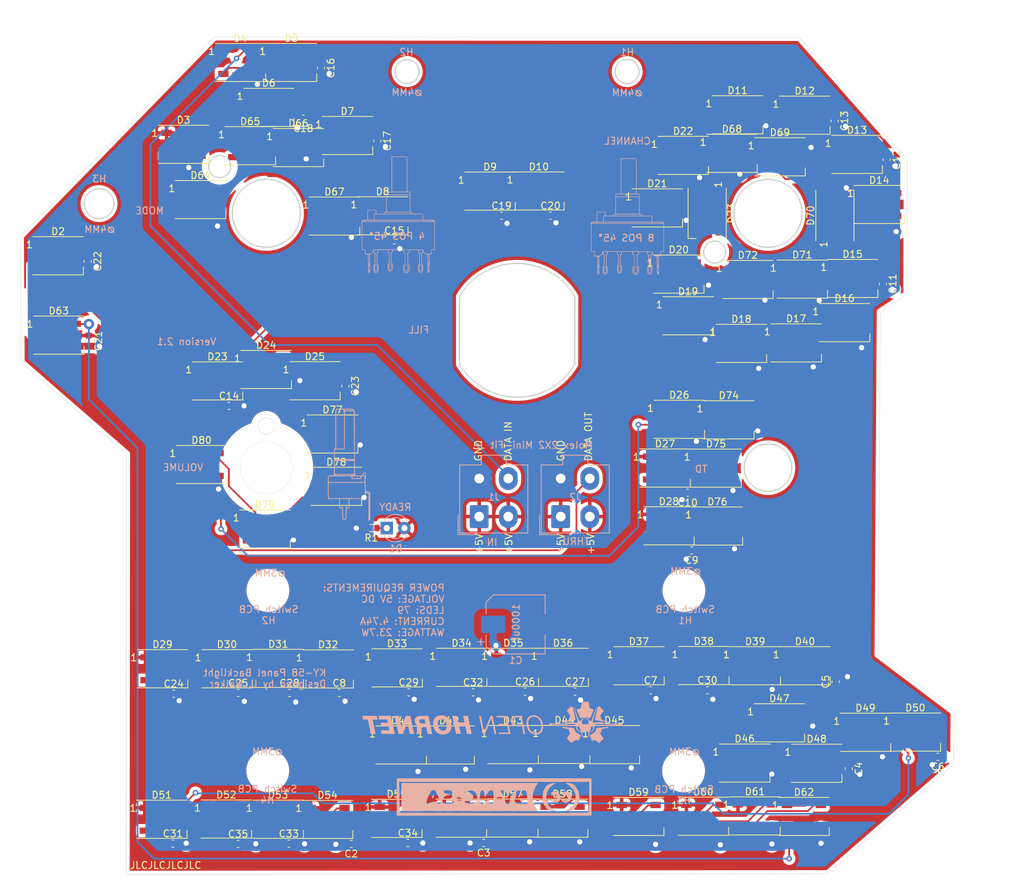
<source format=kicad_pcb>
(kicad_pcb (version 20211014) (generator pcbnew)
  (layers (0 "F.Cu" signal) (31 "B.Cu" signal) (34 "B.Paste" user) (35 "F.Paste" user) (36 "B.SilkS" user "B.Silkscreen") (37 "F.SilkS" user "F.Silkscreen") (38 "B.Mask" user) (39 "F.Mask" user) (44 "Edge.Cuts" user))
  (net 0 "")
  (net 1 "/LED+5V")
  (net 2 "Net-(D1-Pad1)")
  (net 3 "/DATAIN")
  (net 4 "/LEDGND")
  (net 5 "Net-(D3-Pad2)")
  (net 6 "Net-(D4-Pad2)")
  (net 7 "Net-(D6-Pad2)")
  (net 8 "Net-(D8-Pad2)")
  (net 9 "Net-(D10-Pad4)")
  (net 10 "Net-(D10-Pad2)")
  (net 11 "Net-(D11-Pad2)")
  (net 12 "Net-(D12-Pad2)")
  (net 13 "Net-(D13-Pad2)")
  (net 14 "Net-(D14-Pad2)")
  (net 15 "Net-(D15-Pad2)")
  (net 16 "Net-(D16-Pad2)")
  (net 17 "Net-(D17-Pad2)")
  (net 18 "Net-(D18-Pad2)")
  (net 19 "Net-(D19-Pad2)")
  (net 20 "Net-(D20-Pad2)")
  (net 21 "Net-(D21-Pad2)")
  (net 22 "Net-(D22-Pad2)")
  (net 23 "Net-(D23-Pad2)")
  (net 24 "Net-(D24-Pad2)")
  (net 25 "/DATAOUT1")
  (net 26 "Net-(D26-Pad2)")
  (net 27 "Net-(D27-Pad2)")
  (net 28 "Net-(D28-Pad2)")
  (net 29 "Net-(D29-Pad2)")
  (net 30 "Net-(D30-Pad2)")
  (net 31 "Net-(D31-Pad2)")
  (net 32 "Net-(D32-Pad2)")
  (net 33 "Net-(D33-Pad2)")
  (net 34 "Net-(D34-Pad2)")
  (net 35 "Net-(D35-Pad2)")
  (net 36 "Net-(D36-Pad2)")
  (net 37 "Net-(D37-Pad2)")
  (net 38 "Net-(D38-Pad2)")
  (net 39 "Net-(D39-Pad2)")
  (net 40 "Net-(D40-Pad2)")
  (net 41 "Net-(D41-Pad2)")
  (net 42 "Net-(D42-Pad2)")
  (net 43 "Net-(D43-Pad2)")
  (net 44 "Net-(D44-Pad2)")
  (net 45 "Net-(D45-Pad2)")
  (net 46 "Net-(D46-Pad2)")
  (net 47 "Net-(D47-Pad2)")
  (net 48 "Net-(D48-Pad2)")
  (net 49 "/DATAOUT2")
  (net 50 "Net-(D50-Pad2)")
  (net 51 "Net-(D51-Pad2)")
  (net 52 "Net-(D52-Pad2)")
  (net 53 "Net-(D53-Pad2)")
  (net 54 "Net-(D54-Pad2)")
  (net 55 "Net-(D55-Pad2)")
  (net 56 "Net-(D56-Pad2)")
  (net 57 "Net-(D57-Pad2)")
  (net 58 "Net-(D58-Pad2)")
  (net 59 "Net-(D59-Pad2)")
  (net 60 "Net-(D60-Pad2)")
  (net 61 "Net-(D61-Pad2)")
  (net 62 "Net-(D62-Pad2)")
  (net 63 "/DATAOUT")
  (net 64 "Net-(D67-Pad2)")
  (net 65 "Net-(D23-Pad4)")
  (net 66 "Net-(D64-Pad2)")
  (net 67 "Net-(D66-Pad2)")
  (net 68 "Net-(D68-Pad2)")
  (net 69 "Net-(D69-Pad2)")
  (net 70 "Net-(D70-Pad2)")
  (net 71 "Net-(D71-Pad2)")
  (net 72 "Net-(D2-Pad4)")
  (net 73 "Net-(D3-Pad4)")
  (net 74 "Net-(D6-Pad4)")
  (net 75 "Net-(D67-Pad4)")
  (net 76 "Net-(D25-Pad2)")
  (net 77 "Net-(D72-Pad2)")
  (net 78 "Net-(D27-Pad4)")
  (net 79 "Net-(D28-Pad4)")
  (net 80 "Net-(D77-Pad2)")
  (net 81 "Net-(D78-Pad2)")
  (net 82 "Net-(D79-Pad2)")
  (net 83 "Net-(D26-Pad4)")
  (footprint "OH_Footprints:LED_WS2812B_PLCC4_5.0x5.0mm_P3.2mm" (layer "F.Cu") (at 85.8128 75.1584)
    (fp_text reference "D63")
    (fp_text value "WS2812B")
  )
  (footprint "OH_Footprints:LED_WS2812B_PLCC4_5.0x5.0mm_P3.2mm" (layer "F.Cu") (at 85.7134 63.703)
    (fp_text reference "D2")
    (fp_text value "WS2812B")
  )
  (footprint "OH_Footprints:LED_WS2812B_PLCC4_5.0x5.0mm_P3.2mm" (layer "F.Cu") (at 103.825 47.625)
    (fp_text reference "D3")
    (fp_text value "WS2812B")
  )
  (footprint "OH_Footprints:LED_WS2812B_PLCC4_5.0x5.0mm_P3.2mm" (layer "F.Cu") (at 112.028 35.8138)
    (fp_text reference "D4")
    (fp_text value "WS2812B")
  )
  (footprint "OH_Footprints:LED_WS2812B_PLCC4_5.0x5.0mm_P3.2mm" (layer "F.Cu") (at 119.392 35.8138)
    (fp_text reference "D5")
    (fp_text value "WS2812B")
  )
  (footprint "OH_Footprints:LED_WS2812B_PLCC4_5.0x5.0mm_P3.2mm" (layer "F.Cu") (at 116.115 42.2908)
    (fp_text reference "D6")
    (fp_text value "WS2812B")
  )
  (footprint "OH_Footprints:LED_WS2812B_PLCC4_5.0x5.0mm_P3.2mm" (layer "F.Cu") (at 127.471 46.3548)
    (fp_text reference "D7")
    (fp_text value "WS2812B")
  )
  (footprint "OH_Footprints:LED_WS2812B_PLCC4_5.0x5.0mm_P3.2mm" (layer "F.Cu") (at 132.551 57.9372)
    (fp_text reference "D8")
    (fp_text value "WS2812B")
  )
  (footprint "OH_Footprints:LED_WS2812B_PLCC4_5.0x5.0mm_P3.2mm" (layer "F.Cu") (at 148.045 54.3814)
    (fp_text reference "D9")
    (fp_text value "WS2812B")
  )
  (footprint "OH_Footprints:LED_WS2812B_PLCC4_5.0x5.0mm_P3.2mm" (layer "F.Cu") (at 155.092 54.356)
    (fp_text reference "D10")
    (fp_text value "WS2812B")
  )
  (footprint "OH_Footprints:LED_WS2812B_PLCC4_5.0x5.0mm_P3.2mm" (layer "F.Cu") (at 183.769 43.3578)
    (fp_text reference "D11")
    (fp_text value "WS2812B")
  )
  (footprint "OH_Footprints:LED_WS2812B_PLCC4_5.0x5.0mm_P3.2mm" (layer "F.Cu") (at 193.45 43.425)
    (fp_text reference "D12")
    (fp_text value "WS2812B")
  )
  (footprint "OH_Footprints:LED_WS2812B_PLCC4_5.0x5.0mm_P3.2mm" (layer "F.Cu") (at 201 49.077)
    (fp_text reference "D13")
    (fp_text value "WS2812B")
  )
  (footprint "OH_Footprints:LED_WS2812B_PLCC4_5.0x5.0mm_P3.2mm" (layer "F.Cu") (at 204.202 56.3016)
    (fp_text reference "D14")
    (fp_text value "WS2812B")
  )
  (footprint "OH_Footprints:LED_WS2812B_PLCC4_5.0x5.0mm_P3.2mm" (layer "F.Cu") (at 200.355 66.9798)
    (fp_text reference "D15")
    (fp_text value "WS2812B")
  )
  (footprint "OH_Footprints:LED_WS2812B_PLCC4_5.0x5.0mm_P3.2mm" (layer "F.Cu") (at 199.201 73.3554)
    (fp_text reference "D16")
    (fp_text value "WS2812B")
  )
  (footprint "OH_Footprints:LED_WS2812B_PLCC4_5.0x5.0mm_P3.2mm" (layer "F.Cu") (at 192.216 76.276)
    (fp_text reference "D17")
    (fp_text value "WS2812B")
  )
  (footprint "OH_Footprints:LED_WS2812B_PLCC4_5.0x5.0mm_P3.2mm" (layer "F.Cu") (at 184.314 76.3522)
    (fp_text reference "D18")
    (fp_text value "WS2812B")
  )
  (footprint "OH_Footprints:LED_WS2812B_PLCC4_5.0x5.0mm_P3.2mm" (layer "F.Cu") (at 176.62 72.3644)
    (fp_text reference "D19")
    (fp_text value "WS2812B")
  )
  (footprint "OH_Footprints:LED_WS2812B_PLCC4_5.0x5.0mm_P3.2mm" (layer "F.Cu") (at 175.275 66.35)
    (fp_text reference "D20")
    (fp_text value "WS2812B")
  )
  (footprint "OH_Footprints:LED_WS2812B_PLCC4_5.0x5.0mm_P3.2mm" (layer "F.Cu") (at 172.174 56.7994)
    (fp_text reference "D21")
    (fp_text value "WS2812B")
  )
  (footprint "OH_Footprints:LED_WS2812B_PLCC4_5.0x5.0mm_P3.2mm" (layer "F.Cu") (at 175.909 49.225)
    (fp_text reference "D22")
    (fp_text value "WS2812B")
  )
  (footprint "OH_Footprints:LED_WS2812B_PLCC4_5.0x5.0mm_P3.2mm" (layer "F.Cu") (at 108.724 81.7624)
    (fp_text reference "D23")
    (fp_text value "WS2812B")
  )
  (footprint "OH_Footprints:LED_WS2812B_PLCC4_5.0x5.0mm_P3.2mm" (layer "F.Cu") (at 115.748 80.1116)
    (fp_text reference "D24")
    (fp_text value "WS2812B")
  )
  (footprint "OH_Footprints:LED_WS2812B_PLCC4_5.0x5.0mm_P3.2mm" (layer "F.Cu") (at 122.772 81.737)
    (fp_text reference "D25")
    (fp_text value "WS2812B")
  )
  (footprint "OH_Footprints:LED_WS2812B_PLCC4_5.0x5.0mm_P3.2mm" (layer "F.Cu") (at 175.35 87.2996)
    (fp_text reference "D26")
    (fp_text value "WS2812B")
  )
  (footprint "OH_Footprints:LED_WS2812B_PLCC4_5.0x5.0mm_P3.2mm" (layer "F.Cu") (at 173.293 94.3354)
    (fp_text reference "D27")
    (fp_text value "WS2812B")
  )
  (footprint "OH_Footprints:LED_WS2812B_PLCC4_5.0x5.0mm_P3.2mm" (layer "F.Cu") (at 173.851 102.667)
    (fp_text reference "D28")
    (fp_text value "WS2812B")
  )
  (footprint "OH_Footprints:LED_WS2812B_PLCC4_5.0x5.0mm_P3.2mm" (layer "F.Cu") (at 100.787 123.292)
    (fp_text reference "D29")
    (fp_text value "WS2812B")
  )
  (footprint "OH_Footprints:LED_WS2812B_PLCC4_5.0x5.0mm_P3.2mm" (layer "F.Cu") (at 110.084 123.292)
    (fp_text reference "D30")
    (fp_text value "WS2812B")
  )
  (footprint "OH_Footprints:LED_WS2812B_PLCC4_5.0x5.0mm_P3.2mm" (layer "F.Cu") (at 117.489 123.241)
    (fp_text reference "D31")
    (fp_text value "WS2812B")
  )
  (footprint "OH_Footprints:LED_WS2812B_PLCC4_5.0x5.0mm_P3.2mm" (layer "F.Cu") (at 124.677 123.317)
    (fp_text reference "D32")
    (fp_text value "WS2812B")
  )
  (footprint "OH_Footprints:LED_WS2812B_PLCC4_5.0x5.0mm_P3.2mm" (layer "F.Cu") (at 134.634 123.164)
    (fp_text reference "D33")
    (fp_text value "WS2812B")
  )
  (footprint "OH_Footprints:LED_WS2812B_PLCC4_5.0x5.0mm_P3.2mm" (layer "F.Cu") (at 143.942 123.088)
    (fp_text reference "D34")
    (fp_text value "WS2812B")
  )
  (footprint "OH_Footprints:LED_WS2812B_PLCC4_5.0x5.0mm_P3.2mm" (layer "F.Cu") (at 151.409 123.088)
    (fp_text reference "D35")
    (fp_text value "WS2812B")
  )
  (footprint "OH_Footprints:LED_WS2812B_PLCC4_5.0x5.0mm_P3.2mm" (layer "F.Cu") (at 158.584 123.088)
    (fp_text reference "D36")
    (fp_text value "WS2812B")
  )
  (footprint "OH_Footprints:LED_WS2812B_PLCC4_5.0x5.0mm_P3.2mm" (layer "F.Cu") (at 169.531 122.86)
    (fp_text reference "D37")
    (fp_text value "WS2812B")
  )
  (footprint "OH_Footprints:LED_WS2812B_PLCC4_5.0x5.0mm_P3.2mm" (layer "F.Cu") (at 178.892 122.834)
    (fp_text reference "D38")
    (fp_text value "WS2812B")
  )
  (footprint "OH_Footprints:LED_WS2812B_PLCC4_5.0x5.0mm_P3.2mm" (layer "F.Cu") (at 186.309 122.86)
    (fp_text reference "D39")
    (fp_text value "WS2812B")
  )
  (footprint "OH_Footprints:LED_WS2812B_PLCC4_5.0x5.0mm_P3.2mm" (layer "F.Cu") (at 193.497 122.86)
    (fp_text reference "D40")
    (fp_text value "WS2812B")
  )
  (footprint "OH_Footprints:LED_WS2812B_PLCC4_5.0x5.0mm_P3.2mm" (layer "F.Cu") (at 135.216 134.29)
    (fp_text reference "D41")
    (fp_text value "WS2812B")
  )
  (footprint "OH_Footprints:LED_WS2812B_PLCC4_5.0x5.0mm_P3.2mm" (layer "F.Cu") (at 142.138 134.29)
    (fp_text reference "D42")
    (fp_text value "WS2812B")
  )
  (footprint "OH_Footprints:LED_WS2812B_PLCC4_5.0x5.0mm_P3.2mm" (layer "F.Cu") (at 151.359 134.239)
    (fp_text reference "D43")
    (fp_text value "WS2812B")
  )
  (footprint "OH_Footprints:LED_WS2812B_PLCC4_5.0x5.0mm_P3.2mm" (layer "F.Cu") (at 158.801 134.214)
    (fp_text reference "D44")
    (fp_text value "WS2812B")
  )
  (footprint "OH_Footprints:LED_WS2812B_PLCC4_5.0x5.0mm_P3.2mm" (layer "F.Cu") (at 165.975 134.239)
    (fp_text reference "D45")
    (fp_text value "WS2812B")
  )
  (footprint "OH_Footprints:LED_WS2812B_PLCC4_5.0x5.0mm_P3.2mm" (layer "F.Cu") (at 184.785 136.906)
    (fp_text reference "D46")
    (fp_text value "WS2812B")
  )
  (footprint "OH_Footprints:LED_WS2812B_PLCC4_5.0x5.0mm_P3.2mm" (layer "F.Cu") (at 189.789 131.089)
    (fp_text reference "D47")
    (fp_text value "WS2812B")
  )
  (footprint "OH_Footprints:LED_WS2812B_PLCC4_5.0x5.0mm_P3.2mm" (layer "F.Cu") (at 195.174 136.931)
    (fp_text reference "D48")
    (fp_text value "WS2812B")
  )
  (footprint "OH_Footprints:LED_WS2812B_PLCC4_5.0x5.0mm_P3.2mm" (layer "F.Cu") (at 202.223 132.461)
    (fp_text reference "D49")
    (fp_text value "WS2812B")
  )
  (footprint "OH_Footprints:LED_WS2812B_PLCC4_5.0x5.0mm_P3.2mm" (layer "F.Cu") (at 209.409 132.435)
    (fp_text reference "D50")
    (fp_text value "WS2812B")
  )
  (footprint "OH_Footprints:LED_WS2812B_PLCC4_5.0x5.0mm_P3.2mm" (layer "F.Cu") (at 100.674 145.009)
    (fp_text reference "D51")
    (fp_text value "WS2812B")
  )
  (footprint "OH_Footprints:LED_WS2812B_PLCC4_5.0x5.0mm_P3.2mm" (layer "F.Cu") (at 109.994 144.983)
    (fp_text reference "D52")
    (fp_text value "WS2812B")
  )
  (footprint "OH_Footprints:LED_WS2812B_PLCC4_5.0x5.0mm_P3.2mm" (layer "F.Cu") (at 117.461 145.008)
    (fp_text reference "D53")
    (fp_text value "WS2812B")
  )
  (footprint "OH_Footprints:LED_WS2812B_PLCC4_5.0x5.0mm_P3.2mm" (layer "F.Cu") (at 124.599 145.034)
    (fp_text reference "D54")
    (fp_text value "WS2812B")
  )
  (footprint "OH_Footprints:LED_WS2812B_PLCC4_5.0x5.0mm_P3.2mm" (layer "F.Cu") (at 134.581 144.881)
    (fp_text reference "D55")
    (fp_text value "WS2812B")
  )
  (footprint "OH_Footprints:LED_WS2812B_PLCC4_5.0x5.0mm_P3.2mm" (layer "F.Cu") (at 143.903 144.856)
    (fp_text reference "D56")
    (fp_text value "WS2812B")
  )
  (footprint "OH_Footprints:LED_WS2812B_PLCC4_5.0x5.0mm_P3.2mm" (layer "F.Cu") (at 151.322 144.831)
    (fp_text reference "D57")
    (fp_text value "WS2812B")
  )
  (footprint "OH_Footprints:LED_WS2812B_PLCC4_5.0x5.0mm_P3.2mm" (layer "F.Cu") (at 158.51 144.856)
    (fp_text reference "D58")
    (fp_text value "WS2812B")
  )
  (footprint "OH_Footprints:LED_WS2812B_PLCC4_5.0x5.0mm_P3.2mm" (layer "F.Cu") (at 169.48 144.602)
    (fp_text reference "D59")
    (fp_text value "WS2812B")
  )
  (footprint "OH_Footprints:LED_WS2812B_PLCC4_5.0x5.0mm_P3.2mm" (layer "F.Cu") (at 178.828 144.577)
    (fp_text reference "D60")
    (fp_text value "WS2812B")
  )
  (footprint "OH_Footprints:LED_WS2812B_PLCC4_5.0x5.0mm_P3.2mm" (layer "F.Cu") (at 186.27 144.526)
    (fp_text reference "D61")
    (fp_text value "WS2812B")
  )
  (footprint "OH_Footprints:LED_WS2812B_PLCC4_5.0x5.0mm_P3.2mm" (layer "F.Cu") (at 193.345 144.602)
    (fp_text reference "D62")
    (fp_text value "WS2812B")
  )
  (footprint "OH_Footprints:R_0603_1608Metric" (layer "F.Cu") (at 130.912 102.997 180)
    (fp_text reference "R1")
    (fp_text value "R")
  )
  (footprint "OH_Footprints:C_0603_1608Metric" (layer "F.Cu") (at 199.81 137.6975 -90)
    (fp_text reference "C4")
    (fp_text value "C")
  )
  (footprint "OH_Footprints:C_0603_1608Metric" (layer "F.Cu") (at 197.917 125.161 90)
    (fp_text reference "C5")
    (fp_text value "C")
  )
  (footprint "OH_Footprints:C_0603_1608Metric" (layer "F.Cu") (at 212.6475 136 180)
    (fp_text reference "C6")
    (fp_text value "C")
  )
  (footprint "OH_Footprints:C_0603_1608Metric" (layer "F.Cu") (at 171.2125 126.4)
    (fp_text reference "C7")
    (fp_text value "C")
  )
  (footprint "OH_Footprints:C_0603_1608Metric" (layer "F.Cu") (at 126.2875 126.8)
    (fp_text reference "C8")
    (fp_text value "C")
  )
  (footprint "OH_Footprints:C_0603_1608Metric" (layer "F.Cu") (at 177.1375 106.21 180)
    (fp_text reference "C9")
    (fp_text value "C")
  )
  (footprint "OH_Footprints:C_0603_1608Metric" (layer "F.Cu") (at 176.5625 97.9 180)
    (fp_text reference "C10")
    (fp_text value "C")
  )
  (footprint "OH_Footprints:C_0603_1608Metric" (layer "F.Cu") (at 205.28 49.8625 -90)
    (fp_text reference "C12")
    (fp_text value "C")
  )
  (footprint "OH_Footprints:C_0603_1608Metric" (layer "F.Cu") (at 197.765 44.2475 -90)
    (fp_text reference "C13")
    (fp_text value "C")
  )
  (footprint "OH_Footprints:C_0603_1608Metric" (layer "F.Cu") (at 110.3825 85.36)
    (fp_text reference "C14")
    (fp_text value "C")
  )
  (footprint "OH_Footprints:C_0603_1608Metric" (layer "F.Cu") (at 147.1375 148.43 180)
    (fp_text reference "C3")
    (fp_text value "C")
  )
  (footprint "OH_Footprints:C_0603_1608Metric" (layer "F.Cu") (at 128.0175 148.57 180)
    (fp_text reference "C2")
    (fp_text value "C")
  )
  (footprint "OH_Footprints:C_0603_1608Metric" (layer "F.Cu") (at 204.73 67.7575 -90)
    (fp_text reference "C11")
    (fp_text value "C")
  )
  (footprint "OH_Footprints:C_0603_1608Metric" (layer "F.Cu") (at 123.65 36.6125 -90)
    (fp_text reference "C16")
    (fp_text value "C")
  )
  (footprint "OH_Footprints:C_0603_1608Metric" (layer "F.Cu") (at 131.775 47.1375 -90)
    (fp_text reference "C17")
    (fp_text value "C")
  )
  (footprint "OH_Footprints:C_0603_1608Metric" (layer "F.Cu") (at 121.1 43.9 180)
    (fp_text reference "C18")
    (fp_text value "C")
  )
  (footprint "OH_Footprints:C_0603_1608Metric" (layer "F.Cu") (at 149.7125 57.925)
    (fp_text reference "C19")
    (fp_text value "C")
  )
  (footprint "OH_Footprints:C_0603_1608Metric" (layer "F.Cu") (at 156.7625 57.925)
    (fp_text reference "C20")
    (fp_text value "C")
  )
  (footprint "OH_Footprints:C_0603_1608Metric" (layer "F.Cu") (at 90.125 75.9875 -90)
    (fp_text reference "C21")
    (fp_text value "C")
  )
  (footprint "OH_Footprints:C_0603_1608Metric" (layer "F.Cu") (at 90 64.5125 -90)
    (fp_text reference "C22")
    (fp_text value "C")
  )
  (footprint "OH_Footprints:C_0603_1608Metric" (layer "F.Cu") (at 127.175 82.5125 -90)
    (fp_text reference "C23")
    (fp_text value "C")
  )
  (footprint "OH_Footprints:C_0603_1608Metric" (layer "F.Cu") (at 102.4125 126.9)
    (fp_text reference "C24")
    (fp_text value "C")
  )
  (footprint "OH_Footprints:C_0603_1608Metric" (layer "F.Cu") (at 111.7125 126.8)
    (fp_text reference "C25")
    (fp_text value "C")
  )
  (footprint "OH_Footprints:C_0603_1608Metric" (layer "F.Cu") (at 153.1125 126.6)
    (fp_text reference "C26")
    (fp_text value "C")
  )
  (footprint "OH_Footprints:C_0603_1608Metric" (layer "F.Cu") (at 160.3125 126.6)
    (fp_text reference "C27")
    (fp_text value "C")
  )
  (footprint "OH_Footprints:C_0603_1608Metric" (layer "F.Cu") (at 119.1125 126.8)
    (fp_text reference "C28")
    (fp_text value "C")
  )
  (footprint "OH_Footprints:C_0603_1608Metric" (layer "F.Cu") (at 136.3125 126.7)
    (fp_text reference "C29")
    (fp_text value "C")
  )
  (footprint "OH_Footprints:C_0603_1608Metric" (layer "F.Cu") (at 179.4125 126.4)
    (fp_text reference "C30")
    (fp_text value "C")
  )
  (footprint "OH_Footprints:C_0603_1608Metric" (layer "F.Cu") (at 145.6125 126.7)
    (fp_text reference "C32")
    (fp_text value "C")
  )
  (footprint "OH_Footprints:C_0603_1608Metric" (layer "F.Cu") (at 119.0225 148.53)
    (fp_text reference "C33")
    (fp_text value "C")
  )
  (footprint "OH_Footprints:C_0603_1608Metric" (layer "F.Cu") (at 136.1925 148.43)
    (fp_text reference "C34")
    (fp_text value "C")
  )
  (footprint "OH_Footprints:C_0603_1608Metric" (layer "F.Cu") (at 111.6925 148.57)
    (fp_text reference "C35")
    (fp_text value "C")
  )
  (footprint "OH_Footprints:C_0603_1608Metric" (layer "F.Cu") (at 134.2375 61.5)
    (fp_text reference "C15")
    (fp_text value "C")
  )
  (footprint "OH_Footprints:C_0603_1608Metric" (layer "F.Cu") (at 102.2925 148.52)
    (fp_text reference "C31")
    (fp_text value "C")
  )
  (footprint "OH_Footprints:LED_WS2812B_PLCC4_5.0x5.0mm_P3.2mm" (layer "F.Cu") (at 106.275 55.6)
    (fp_text reference "D64")
    (fp_text value "WS2812B")
  )
  (footprint "OH_Footprints:LED_WS2812B_PLCC4_5.0x5.0mm_P3.2mm" (layer "F.Cu") (at 113.45 47.825)
    (fp_text reference "D65")
    (fp_text value "WS2812B")
  )
  (footprint "OH_Footprints:LED_WS2812B_PLCC4_5.0x5.0mm_P3.2mm" (layer "F.Cu") (at 120.4 48.1)
    (fp_text reference "D66")
    (fp_text value "WS2812B")
  )
  (footprint "OH_Footprints:LED_WS2812B_PLCC4_5.0x5.0mm_P3.2mm" (layer "F.Cu") (at 125.6 57.975)
    (fp_text reference "D67")
    (fp_text value "WS2812B")
  )
  (footprint "OH_Footprints:LED_WS2812B_PLCC4_5.0x5.0mm_P3.2mm" (layer "F.Cu") (at 182.95 48.925)
    (fp_text reference "D68")
    (fp_text value "WS2812B")
  )
  (footprint "OH_Footprints:LED_WS2812B_PLCC4_5.0x5.0mm_P3.2mm" (layer "F.Cu") (at 189.875 49.425)
    (fp_text reference "D69")
    (fp_text value "WS2812B")
  )
  (footprint "OH_Footprints:LED_WS2812B_PLCC4_5.0x5.0mm_P3.2mm" (layer "F.Cu") (at 197.8 57.9 90)
    (fp_text reference "D70")
    (fp_text value "WS2812B")
  )
  (footprint "OH_Footprints:LED_WS2812B_PLCC4_5.0x5.0mm_P3.2mm" (layer "F.Cu") (at 193.1 67.075)
    (fp_text reference "D71")
    (fp_text value "WS2812B")
  )
  (footprint "OH_Footprints:LED_WS2812B_PLCC4_5.0x5.0mm_P3.2mm" (layer "F.Cu") (at 185.25 67.125)
    (fp_text reference "D72")
    (fp_text value "WS2812B")
  )
  (footprint "MountingHole:MountingHole_3.2mm_M3" (layer "F.Cu") (at 116 112)
    (fp_text reference "REF**" hide)
    (fp_text value "MountingHole_3.2mm_M3")
  )
  (footprint "MountingHole:MountingHole_3.2mm_M3" (layer "F.Cu") (at 175.975 138.025)
    (fp_text reference "REF**" hide)
    (fp_text value "MountingHole_3.2mm_M3")
  )
  (footprint "OH_Footprints:LED_WS2812B_PLCC4_5.0x5.0mm_P3.2mm" (layer "F.Cu") (at 179.375 57.575 -90)
    (fp_text reference "D73")
    (fp_text value "WS2812B")
  )
  (footprint "OH_Footprints:LED_WS2812B_PLCC4_5.0x5.0mm_P3.2mm" (layer "F.Cu") (at 182.5 87.375)
    (fp_text reference "D74")
    (fp_text value "WS2812B")
  )
  (footprint "OH_Footprints:LED_WS2812B_PLCC4_5.0x5.0mm_P3.2mm" (layer "F.Cu") (at 180.65 94.35)
    (fp_text reference "D75")
    (fp_text value "WS2812B")
  )
  (footprint "OH_Footprints:LED_WS2812B_PLCC4_5.0x5.0mm_P3.2mm" (layer "F.Cu") (at 180.85 102.7)
    (fp_text reference "D76")
    (fp_text value "WS2812B")
  )
  (footprint "OH_Footprints:LED_WS2812B_PLCC4_5.0x5.0mm_P3.2mm" (layer "F.Cu") (at 125.325 89.425)
    (fp_text reference "D77")
    (fp_text value "WS2812B")
  )
  (footprint "OH_Footprints:LED_WS2812B_PLCC4_5.0x5.0mm_P3.2mm" (layer "F.Cu") (at 125.875 96.975)
    (fp_text reference "D78")
    (fp_text value "WS2812B")
  )
  (footprint "OH_Footprints:LED_WS2812B_PLCC4_5.0x5.0mm_P3.2mm" (layer "F.Cu") (at 115.575 103.125)
    (fp_text reference "D79")
    (fp_text value "WS2812B")
  )
  (footprint "OH_Footprints:LED_WS2812B_PLCC4_5.0x5.0mm_P3.2mm" (layer "F.Cu") (at 106.425 93.825)
    (fp_text reference "D80")
    (fp_text value "WS2812B")
  )
  (footprint "OH_Backlighting:BR10K_Pot_11mm_x_11mm" (layer "F.Cu") (at 115.760258 94.278977 180)
    (fp_text reference "REF**" hide)
    (fp_text value "BR10K_Pot_11mm_x_11mm" hide)
  )
  (footprint "MountingHole:MountingHole_3.2mm_M3" (layer "F.Cu") (at 115.975 138)
    (fp_text reference "REF**" hide)
    (fp_text value "MountingHole_3.2mm_M3")
  )
  (footprint "MountingHole:MountingHole_3.2mm_M3" (layer "F.Cu") (at 176.025 112)
    (fp_text reference "REF**" hide)
    (fp_text value "MountingHole_3.2mm_M3")
  )
  (footprint "OH_Footprints:LED_D3.0mm" (layer "B.Cu") (at 133.147 102.997)
    (fp_text reference "D1")
    (fp_text value "LED")
  )
  (footprint "OH_Footprints:Molex_Mini-Fit_Jr_5566-04A_2x02_P4.20mm_Vertical" (layer "B.Cu") (at 146.482 101.343)
    (fp_text reference "J1")
    (fp_text value "Conn_01x04_Female")
  )
  (footprint "OH_Footprints:Molex_Mini-Fit_Jr_5566-04A_2x02_P4.20mm_Vertical" (layer "B.Cu") (at 158.242 101.343)
    (fp_text reference "J2")
    (fp_text value "Conn_01x04_Female")
  )
  (footprint "OH_Footprints:CP_Elec_8x10" (layer "B.Cu") (at 151.741 116.891)
    (fp_text reference "C1")
    (fp_text value "C_Polarized")
  )
  (footprint "OH_Backlighting:A12505RNZQ - SWITCH, ROTARY, 45 DEG" (layer "B.Cu") (at 167.9 58.025 180)
    (fp_text reference "G***" hide)
    (fp_text value "LOGO" hide)
  )
  (footprint "OH_Backlighting:BR10K_Pot_Silkscreen" (layer "B.Cu") (at 127.7 93.85 180)
    (fp_text reference "G***" hide)
    (fp_text value "LOGO" hide)
  )
  (footprint "OH_Backlighting:A12505RNZQ - SWITCH, ROTARY, 45 DEG" (layer "B.Cu") (at 134.825 57.75 180)
    (fp_text reference "G***" hide)
    (fp_text value "LOGO" hide)
  )
  (footprint "OH_General:OH_LOGO_37.7mm_5.9mm" (layer "B.Cu") (at 148.45 131.025 180)
    (fp_text reference "G***" hide)
    (fp_text value "LOGO" hide)
  )
  (footprint "OH_General:CC-BY-NC-SA-Small" (layer "B.Cu") (at 148.725 141.8 180)
    (fp_text reference "G***" hide)
    (fp_text value "LOGO" hide)
  )
  (gr_line (start 95.6 92.32) (end 95.54 152.95) (layer "Edge.Cuts") (width 0.05))
  (gr_line (start 214.95 137.1) (end 196.79 152.86) (layer "Edge.Cuts") (width 0.05))
  (gr_line (start 80.2894 60.8584) (end 80.391 79.0702) (layer "Edge.Cuts") (width 0.05))
  (gr_circle (center 91.630258 56.178977) (end 93.782907 56.178977) (layer "Edge.Cuts") (width 0.2) (fill none))
  (gr_circle (center 109.039807 50.838807) (end 110.627307 50.838807) (layer "Edge.Cuts") (width 0.2) (fill none))
  (gr_circle (center 180.459113 63.172654) (end 182.046613 63.172654) (layer "Edge.Cuts") (width 0.2) (fill none))
  (gr_line (start 204.03 121.24) (end 215.01 129.51) (layer "Edge.Cuts") (width 0.05))
  (gr_line (start 160.269646 79.369227) (end 160.273757 69.571708) (layer "Edge.Cuts") (width 0.2))
  (gr_line (start 208.25 49.81) (end 192.7 32.2) (layer "Edge.Cuts") (width 0.05))
  (gr_line (start 108.2802 32.131) (end 80.2894 60.8584) (layer "Edge.Cuts") (width 0.05))
  (gr_circle (center 188.150258 94.278977) (end 191.579258 94.278977) (layer "Edge.Cuts") (width 0.2) (fill none))
  (gr_circle (center 115.775 57.573999) (end 120.6772 57.573999) (layer "Edge.Cuts") (width 0.2) (fill none))
  (gr_line (start 80.391 79.0702) (end 95.6 92.32) (layer "Edge.Cuts") (width 0.05))
  (gr_line (start 208.19 69.28) (end 204.35 71.81) (layer "Edge.Cuts") (width 0.05))
  (gr_arc (start 160.269646 79.369227) (mid 151.951207 84.118976) (end 143.636758 79.362247) (layer "Edge.Cuts") (width 0.2))
  (gr_line (start 143.640871 69.564727) (end 143.636758 79.362247) (layer "Edge.Cuts") (width 0.2))
  (gr_line (start 215.01 129.51) (end 214.95 137.1) (layer "Edge.Cuts") (width 0.05))
  (gr_line (start 192.7 32.2) (end 108.2802 32.131) (layer "Edge.Cuts") (width 0.05))
  (gr_arc (start 143.640871 69.564727) (mid 151.959309 64.814979) (end 160.273757 69.571708) (layer "Edge.Cuts") (width 0.2))
  (gr_circle (center 136.080258 37.128977) (end 137.807457 37.128977) (layer "Edge.Cuts") (width 0.2) (fill none))
  (gr_circle (center 167.830258 37.128977) (end 169.557457 37.128977) (layer "Edge.Cuts") (width 0.2) (fill none))
  (gr_circle (center 188.164999 57.573999) (end 193.067199 57.573999) (layer "Edge.Cuts") (width 0.2) (fill none))
  (gr_line (start 208.25 49.81) (end 208.19 69.28) (layer "Edge.Cuts") (width 0.05))
  (gr_line (start 95.54 152.95) (end 196.79 152.86) (layer "Edge.Cuts") (width 0.05))
  (gr_line (start 204.35 71.81) (end 204.03 121.24) (layer "Edge.Cuts") (width 0.05))
  (gr_text "4 POS 45°" (at 134.6 60.875) (layer "B.SilkS") (effects (font (size 1 1)) (justify mirror)))
  (gr_text "KY-58 Panel Backlight\nDesigned by L. Walker" (at 124.5 124.675) (layer "B.SilkS") (effects (font (size 1 1)) (justify left mirror)))
  (gr_text "⌀3MM" (at 115.95 135.25) (layer "B.SilkS") (effects (font (size 1 1)) (justify mirror)))
  (gr_text "Switch PCB\nH2" (at 116.1104 115.5314) (layer "B.SilkS") (effects (font (size 1 1)) (justify mirror)))
  (gr_text "⌀4MM" (at 91.75 59.875) (layer "B.SilkS") (effects (font (size 1 1)) (justify mirror)))
  (gr_text "POWER REQUIREMENTS:\nVOLTAGE: 5V DC\nLEDS: 79\nCURRENT: 4.74A\nWATTAGE: 23.7W" (at 141.575 114.85) (layer "B.SilkS") (effects (font (size 1 1)) (justify left mirror)))
  (gr_text "⌀3MM" (at 176.3026 109.2346) (layer "B.SilkS") (effects (font (size 1 1)) (justify mirror)))
  (gr_text "VOLUME" (at 103.75 94.25) (layer "B.SilkS") (effects (font (size 1 1)) (justify mirror)))
  (gr_text "MODE" (at 98.925 57.2) (layer "B.SilkS") (effects (font (size 1 1)) (justify mirror)))
  (gr_text "Switch PCB\nH1" (at 176.201 115.5338) (layer "B.SilkS") (effects (font (size 1 1)) (justify mirror)))
  (gr_text "H1" (at 167.8178 34.3408) (layer "B.SilkS") (effects (font (size 1 1)) (justify mirror)))
  (gr_text "⌀3MM" (at 176.1268 135.2626) (layer "B.SilkS") (effects (font (size 1 1)) (justify mirror)))
  (gr_text "FILL" (at 137.75 74.4) (layer "B.SilkS") (effects (font (size 1 1)) (justify mirror)))
  (gr_text "H2" (at 135.9916 34.3154) (layer "B.SilkS") (effects (font (size 1 1)) (justify mirror)))
  (gr_text "⌀4MM" (at 167.8686 40.1828) (layer "B.SilkS") (effects (font (size 1 1)) (justify mirror)))
  (gr_text "Switch PCB\nH3" (at 176.0506 141.511) (layer "B.SilkS") (effects (font (size 1 1)) (justify mirror)))
  (gr_text "READY" (at 134.366 99.9744) (layer "B.SilkS") (effects (font (size 1 1)) (justify mirror)))
  (gr_text "IN" (at 148.35 105.025) (layer "B.SilkS") (effects (font (size 1 1)) (justify mirror)))
  (gr_text "Molex 2X2 Mini-Fit Jr." (at 154.175 91.025) (layer "B.SilkS") (effects (font (size 1 1)) (justify mirror)))
  (gr_text "CHANNEL" (at 167.875 47.15) (layer "B.SilkS") (effects (font (size 1 1)) (justify mirror)))
  (gr_text "Version 2.1" (at 104.25 76.1) (layer "B.SilkS") (effects (font (size 1 1)) (justify mirror)))
  (gr_text "8 POS 45°" (at 167.675 61.15) (layer "B.SilkS") (effects (font (size 1 1)) (justify mirror)))
  (gr_text "⌀3MM" (at 116.3644 109.4862) (layer "B.SilkS") (effects (font (size 1 1)) (justify mirror)))
  (gr_text "TD" (at 178.5 94.475) (layer "B.SilkS") (effects (font (size 1 1)) (justify mirror)))
  (gr_text "Switch PCB\nH4" (at 115.925 141.45) (layer "B.SilkS") (effects (font (size 1 1)) (justify mirror)))
  (gr_text "THRU" (at 160.45 104.925) (layer "B.SilkS") (effects (font (size 1 1)) (justify mirror)))
  (gr_text "1000uF" (at 151.7904 116.7384 90) (layer "B.SilkS") (effects (font (size 1 1)) (justify mirror)))
  (gr_text "⌀4MM" (at 136.0932 40.132) (layer "B.SilkS") (effects (font (size 1 1)) (justify mirror)))
  (gr_text "H3" (at 91.675 52.625) (layer "B.SilkS") (effects (font (size 1 1)) (justify mirror)))
  (gr_text "DATA IN" (at 150.65 90.467857 90) (layer "F.SilkS") (effects (font (size 1 1))))
  (gr_text "JLCJLCJLCJLC" (at 101.25 151.65) (layer "F.SilkS") (effects (font (size 1 1))))
  (gr_text "GND" (at 146.35 91.825 90) (layer "F.SilkS") (effects (font (size 1 1))))
  (gr_text "+5V" (at 162.575 105.275 90) (layer "F.SilkS") (effects (font (size 1 1))))
  (gr_text "GND" (at 158.25 91.825 90) (layer "F.SilkS") (effects (font (size 1 1))))
  (gr_text "+5V" (at 146.475 105.275 90) (layer "F.SilkS") (effects (font (size 1 1))))
  (gr_text "+5V" (at 150.75 105.275 90) (layer "F.SilkS") (effects (font (size 1 1))))
  (gr_text "DATA OUT" (at 162.25 89.80119 90) (layer "F.SilkS") (effects (font (size 1 1))))
  (gr_text "+5V" (at 158.275 105.275 90) (layer "F.SilkS") (effects (font (size 1 1))))
  (segment (start 115.739997 47.300001) (end 117.149999 47.300001) (width 0.75) (layer "F.Cu") (net 1))
  (segment (start 201.268002 43.46) (end 197.765 43.46) (width 0.25) (layer "F.Cu") (net 1))
  (segment (start 117.149999 47.300001) (end 117.95 46.5) (width 0.75) (layer "F.Cu") (net 1))
  (segment (start 114.574999 50.385001) (end 114.574999 48.464999) (width 0.75) (layer "F.Cu") (net 1))
  (segment (start 118.750011 51.975011) (end 116.165009 51.975011) (width 0.75) (layer "F.Cu") (net 1))
  (segment (start 116.165009 51.975011) (end 114.574999 50.385001) (width 0.75) (layer "F.Cu") (net 1))
  (segment (start 205.28 49.075) (end 205.28 47.471998) (width 0.25) (layer "F.Cu") (net 1))
  (segment (start 123.15 56.375) (end 118.750011 51.975011) (width 0.75) (layer "F.Cu") (net 1))
  (segment (start 158.242 101.343) (end 157.1567 101.343) (width 0.25) (layer "F.Cu") (net 1))
  (segment (start 205.28 47.471998) (end 201.268002 43.46) (width 0.25) (layer "F.Cu") (net 1))
  (segment (start 114.574999 48.464999) (end 115.739997 47.300001) (width 0.75) (layer "F.Cu") (net 1))
  (via (at 148.9025 119.9288) (size 1.5) (drill 0.75) (layers "F.Cu" "B.Cu") (net 1))
  (segment (start 148.491 119.5173) (end 148.491 116.891) (width 1) (layer "B.Cu") (net 1))
  (segment (start 148.9025 119.9288) (end 148.491 119.5173) (width 1) (layer "B.Cu") (net 1))
  (segment (start 131.6995 102.997) (end 133.147 102.997) (width 0.25) (layer "F.Cu") (net 2))
  (segment (start 111.475 35.225) (end 111.475 35.225) (width 0.25) (layer "F.Cu") (net 3))
  (segment (start 112.4862 34.2138) (end 111.475 35.225) (width 0.25) (layer "F.Cu") (net 3))
  (segment (start 114.478 34.2138) (end 112.4862 34.2138) (width 0.25) (layer "F.Cu") (net 3))
  (via (at 111.475 35.225) (size 0.8) (drill 0.4) (layers "F.Cu" "B.Cu") (net 3))
  (segment (start 99.05 59.4) (end 116.225 76.575) (width 0.25) (layer "B.Cu") (net 3))
  (segment (start 131.775 76.575) (end 150.682 95.482) (width 0.25) (layer "B.Cu") (net 3))
  (segment (start 111.475 35.225) (end 99.05 47.65) (width 0.25) (layer "B.Cu") (net 3))
  (segment (start 116.225 76.575) (end 131.775 76.575) (width 0.25) (layer "B.Cu") (net 3))
  (segment (start 99.05 47.65) (end 99.05 59.4) (width 0.25) (layer "B.Cu") (net 3))
  (segment (start 150.682 95.482) (end 150.682 95.843) (width 0.25) (layer "B.Cu") (net 3))
  (segment (start 188.759 126.27754) (end 188.759 126.27754) (width 0.75) (layer "F.Cu") (net 4))
  (segment (start 160.98012 148.27758) (end 160.96 148.25746) (width 0.75) (layer "F.Cu") (net 4))
  (segment (start 153.76652 148.26996) (end 153.772 148.26448) (width 0.75) (layer "F.Cu") (net 4))
  (segment (start 124.85 37.4) (end 124.8 37.4) (width 1) (layer "F.Cu") (net 4))
  (segment (start 135.025 62.675) (end 135.025 62.675) (width 1) (layer "F.Cu") (net 4))
  (segment (start 150.5 59.025) (end 150.5 59.025) (width 1) (layer "F.Cu") (net 4))
  (segment (start 157.55 58.95) (end 157.55 58.95) (width 1) (layer "F.Cu") (net 4))
  (segment (start 91.275 65.275) (end 91.25 65.3) (width 1) (layer "F.Cu") (net 4))
  (segment (start 172 127.6) (end 172 127.6) (width 1) (layer "F.Cu") (net 4))
  (segment (start 103.2 127.9) (end 103.237 127.863) (width 1) (layer "F.Cu") (net 4))
  (segment (start 112.6 128) (end 112.534 127.934) (width 1) (layer "F.Cu") (net 4))
  (segment (start 120 128.1) (end 119.939 128.039) (width 1) (layer "F.Cu") (net 4))
  (segment (start 127.127 127.973) (end 127.127 128.073) (width 1) (layer "F.Cu") (net 4))
  (segment (start 137.1 127.7) (end 137.084 127.684) (width 1) (layer "F.Cu") (net 4))
  (segment (start 146.392 127.792) (end 146.392 127.792) (width 1) (layer "F.Cu") (net 4))
  (segment (start 153.9 127.6) (end 153.859 127.559) (width 1) (layer "F.Cu") (net 4))
  (segment (start 161.1 127.8) (end 161.034 127.734) (width 1) (layer "F.Cu") (net 4))
  (segment (start 180.2 127.7) (end 180.2 127.7) (width 1) (layer "F.Cu") (net 4))
  (segment (start 112.56 85.35) (end 112.55 85.36) (width 1) (layer "F.Cu") (net 4))
  (segment (start 114.24 148.55) (end 114.22 148.57) (width 1) (layer "F.Cu") (net 4))
  (segment (start 125.79 148.63) (end 125.88 148.57) (width 1) (layer "F.Cu") (net 4))
  (segment (start 121.28 148.55) (end 121.26 148.53) (width 1) (layer "F.Cu") (net 4))
  (segment (start 104.2 148.47) (end 104.15 148.52) (width 1) (layer "F.Cu") (net 4))
  (segment (start 138.35 148.43) (end 138.35 148.43) (width 1) (layer "F.Cu") (net 4))
  (segment (start 114.47 38.96) (end 114.478 38.938) (width 1) (layer "F.Cu") (net 4))
  (segment (start 176.35 107.48) (end 176.35 107.48) (width 1) (layer "F.Cu") (net 4))
  (segment (start 211.86 137.13) (end 211.86 137.13) (width 1) (layer "F.Cu") (net 4))
  (segment (start 188.7 138.48) (end 188.674 138.506) (width 1) (layer "F.Cu") (net 4))
  (segment (start 145.16 148.43) (end 145.16 148.43) (width 1) (layer "F.Cu") (net 4))
  (segment (start 120.3 45.225) (end 120.3125 45.2125) (width 1) (layer "F.Cu") (net 4))
  (segment (start 121.525 49.725) (end 121.55 49.7) (width 1) (layer "F.Cu") (net 4))
  (segment (start 128.05 61.05) (end 128.05 61.05) (width 1) (layer "F.Cu") (net 4))
  (segment (start 194.362582 48.075) (end 194.362582 48.075) (width 1) (layer "F.Cu") (net 4))
  (segment (start 184.075 51.925) (end 184.075 51.925) (width 1) (layer "F.Cu") (net 4))
  (segment (start 104.575 50.975) (end 104.65 50.975) (width 1) (layer "F.Cu") (net 4))
  (segment (start 108.725 59.425) (end 108.725 59.425) (width 1) (layer "F.Cu") (net 4))
  (segment (start 187.7 70.1) (end 187.7 70.1) (width 1) (layer "F.Cu") (net 4))
  (segment (start 195.55 70.15) (end 195.55 70.15) (width 1) (layer "F.Cu") (net 4))
  (segment (start 176.3375 58.5875) (end 177.775 60.025) (width 0.75) (layer "F.Cu") (net 4))
  (segment (start 187.85 44.95) (end 187.8422 44.9578) (width 1) (layer "F.Cu") (net 4))
  (segment (start 178.275 52.425) (end 178.359 52.341) (width 1) (layer "F.Cu") (net 4))
  (segment (start 179.575 67.95) (end 179.575 67.95) (width 1) (layer "F.Cu") (net 4))
  (segment (start 199.45 53.9) (end 199.4 53.95) (width 1) (layer "F.Cu") (net 4))
  (segment (start 183.325 105.975) (end 183.3 105.95) (width 1) (layer "F.Cu") (net 4))
  (segment (start 183.1 97.575) (end 183.1 97.575) (width 1) (layer "F.Cu") (net 4))
  (segment (start 175.75 98.9) (end 175.775 98.875) (width 1) (layer "F.Cu") (net 4))
  (segment (start 177.825 90.475) (end 177.8 90.45) (width 1) (layer "F.Cu") (net 4))
  (segment (start 186.675 88.975) (end 186.675 88.975) (width 1) (layer "F.Cu") (net 4))
  (segment (start 108.875 97.375) (end 108.875 97.375) (width 1) (layer "F.Cu") (net 4))
  (segment (start 119.675 104.725) (end 119.675 104.725) (width 1) (layer "F.Cu") (net 4))
  (segment (start 129.875 98.575) (end 129.875 98.575) (width 1) (layer "F.Cu") (net 4))
  (segment (start 129.325 91) (end 129.3 91.025) (width 1) (layer "F.Cu") (net 4))
  (segment (start 119.911 146.608) (end 119.911 148.429) (width 1) (layer "F.Cu") (net 4))
  (segment (start 89.997 65.303) (end 90 65.3) (width 1) (layer "F.Cu") (net 4))
  (segment (start 157.542 55.956) (end 157.542 57.917) (width 1) (layer "F.Cu") (net 4))
  (segment (start 176.301 104.267) (end 176.301 106.161) (width 1) (layer "F.Cu") (net 4))
  (segment (start 112.48 148.57) (end 114.24 148.55) (width 1) (layer "F.Cu") (net 4))
  (segment (start 129.921 47.9548) (end 132.953 47.9548) (width 1) (layer "F.Cu") (net 4))
  (segment (start 153.772 146.431) (end 153.76652 148.26996) (width 0.75) (layer "F.Cu") (net 4))
  (segment (start 185.4 50.6) (end 184.075 51.925) (width 1) (layer "F.Cu") (net 4))
  (segment (start 112.444 146.583) (end 112.444 148.534) (width 1) (layer "F.Cu") (net 4))
  (segment (start 203.502 50.7286) (end 205.019 50.7286) (width 1) (layer "F.Cu") (net 4))
  (segment (start 195.55 68.675) (end 195.55 70.15) (width 1) (layer "F.Cu") (net 4))
  (segment (start 146.392 124.688) (end 146.392 127.792) (width 1) (layer "F.Cu") (net 4))
  (segment (start 175.775 97.9) (end 175.75 98.9) (width 1) (layer "F.Cu") (net 4))
  (segment (start 187.235 138.506) (end 188.7 138.48) (width 1) (layer "F.Cu") (net 4))
  (segment (start 103.237 124.892) (end 103.2 127.9) (width 1) (layer "F.Cu") (net 4))
  (segment (start 119.81 148.53) (end 121.28 148.55) (width 1) (layer "F.Cu") (net 4))
  (segment (start 175.743 97.868) (end 175.775 97.9) (width 1) (layer "F.Cu") (net 4))
  (segment (start 205.019 50.4696) (end 205.05 50.4386) (width 0.4006) (layer "F.Cu") (net 4))
  (segment (start 118.025 104.725) (end 119.675 104.725) (width 1) (layer "F.Cu") (net 4))
  (segment (start 181.342 125.258) (end 180.2 126.4) (width 1) (layer "F.Cu") (net 4))
  (segment (start 192.325 51.025) (end 192.325 50.475) (width 1) (layer "F.Cu") (net 4))
  (segment (start 135.001 61.476) (end 135.025 61.5) (width 1) (layer "F.Cu") (net 4))
  (segment (start 153.859 124.688) (end 153.9 127.6) (width 1) (layer "F.Cu") (net 4))
  (segment (start 206.652 57.9016) (end 206.652 60.2139) (width 1) (layer "F.Cu") (net 4))
  (segment (start 127.049 146.634) (end 127.049 148.389) (width 1) (layer "F.Cu") (net 4))
  (segment (start 108.875 95.425) (end 108.875 97.375) (width 1) (layer "F.Cu") (net 4))
  (segment (start 137.031 148.379) (end 136.98 148.43) (width 1) (layer "F.Cu") (net 4))
  (segment (start 120.349999 50.900001) (end 121.525 49.725) (width 1) (layer "F.Cu") (net 4))
  (segment (start 197.607 45.0225) (end 199.352 45.0278) (width 1) (layer "F.Cu") (net 4))
  (segment (start 177.725 67.95) (end 179.575 67.95) (width 1) (layer "F.Cu") (net 4))
  (segment (start 135.025 61.5) (end 135.025 62.675) (width 1) (layer "F.Cu") (net 4))
  (segment (start 172 126.4) (end 172 127.6) (width 1) (layer "F.Cu") (net 4))
  (segment (start 119.1408 43.8908) (end 119.15 43.9) (width 1) (layer "F.Cu") (net 4))
  (segment (start 111.174 85.356) (end 111.17 85.36) (width 1) (layer "F.Cu") (net 4))
  (segment (start 106.275 49.35) (end 104.575 50.975) (width 1) (layer "F.Cu") (net 4))
  (segment (start 211.86 136) (end 211.86 137.13) (width 1) (layer "F.Cu") (net 4))
  (segment (start 157.55 57.925) (end 157.55 58.95) (width 1) (layer "F.Cu") (net 4))
  (segment (start 171.981 124.46) (end 171.981 126.381) (width 1) (layer "F.Cu") (net 4))
  (segment (start 206.111 68.5521) (end 206.083 68.5798) (width 1) (layer "F.Cu") (net 4))
  (segment (start 185.4 50.525) (end 185.4 50.6) (width 1) (layer "F.Cu") (net 4))
  (segment (start 195.795 146.202) (end 195.804 148.468) (width 1) (layer "F.Cu") (net 4))
  (segment (start 144.588 135.89) (end 144.526 137.795) (width 1) (layer "F.Cu") (net 4))
  (segment (start 174.624 58.3994) (end 176.1494 58.3994) (width 0.75) (layer "F.Cu") (net 4))
  (segment (start 195.947 124.46) (end 197.783 124.4475) (width 1) (layer "F.Cu") (net 4))
  (segment (start 161.265 137.389) (end 161.251 137.375) (width 1) (layer "F.Cu") (net 4))
  (segment (start 146.353 146.456) (end 146.353 148.427) (width 1) (layer "F.Cu") (net 4))
  (segment (start 137.655 138.1) (end 137.666 138.089) (width 1) (layer "F.Cu") (net 4))
  (segment (start 125.222 83.337) (end 128.692 83.3272) (width 1) (layer "F.Cu") (net 4))
  (segment (start 118.198 81.7116) (end 119.6483 81.7116) (width 1) (layer "F.Cu") (net 4))
  (segment (start 115.9 50.160002) (end 116.639999 50.900001) (width 1) (layer "F.Cu") (net 4))
  (segment (start 127.23 148.57) (end 125.79 148.63) (width 1) (layer "F.Cu") (net 4))
  (segment (start 181.342 124.434) (end 181.342 125.258) (width 1) (layer "F.Cu") (net 4))
  (segment (start 111.17 85.36) (end 112.56 85.35) (width 1) (layer "F.Cu") (net 4))
  (segment (start 103.124 148.476) (end 103.08 148.52) (width 1) (layer "F.Cu") (net 4))
  (segment (start 199.5105 138.534) (end 201.397 138.537) (width 1) (layer "F.Cu") (net 4))
  (segment (start 197.607 45.0225) (end 197.602 45.0175) (width 1) (layer "F.Cu") (net 4))
  (segment (start 175.743 95.9354) (end 175.743 97.868) (width 1) (layer "F.Cu") (net 4))
  (segment (start 188.759 124.46) (end 188.759 126.27754) (width 1) (layer "F.Cu") (net 4))
  (segment (start 168.425 135.839) (end 168.427 137.592) (width 1) (layer "F.Cu") (net 4))
  (segment (start 197.755 45.025) (end 197.765 45.035) (width 1) (layer "F.Cu") (net 4))
  (segment (start 199.352 45.0278) (end 199.342 45.0172) (width 1) (layer "F.Cu") (net 4))
  (segment (start 116.639999 50.900001) (end 120.349999 50.900001) (width 1) (layer "F.Cu") (net 4))
  (segment (start 137.031 146.481) (end 137.031 148.379) (width 1) (layer "F.Cu") (net 4))
  (segment (start 160.96 146.456) (end 160.98012 148.27758) (width 0.75) (layer "F.Cu") (net 4))
  (segment (start 115.9 49.425) (end 115.9 50.160002) (width 1) (layer "F.Cu") (net 4))
  (segment (start 127.049 148.389) (end 127.23 148.57) (width 1) (layer "F.Cu") (net 4))
  (segment (start 128.325 98.575) (end 129.875 98.575) (width 1) (layer "F.Cu") (net 4))
  (segment (start 112.534 124.892) (end 112.6 128) (width 1) (layer "F.Cu") (net 4))
  (segment (start 137.666 135.89) (end 137.655 138.1) (width 1) (layer "F.Cu") (net 4))
  (segment (start 112.444 148.534) (end 112.48 148.57) (width 1) (layer "F.Cu") (net 4))
  (segment (start 128.692 83.3272) (end 128.682 83.337) (width 1) (layer "F.Cu") (net 4))
  (segment (start 137.084 124.764) (end 137.059 124.764) (width 1) (layer "F.Cu") (net 4))
  (segment (start 161.034 124.688) (end 161.1 127.8) (width 1) (layer "F.Cu") (net 4))
  (segment (start 103.08 148.52) (end 104.2 148.47) (width 1) (layer "F.Cu") (net 4))
  (segment (start 184.95 88.975) (end 186.675 88.975) (width 1) (layer "F.Cu") (net 4))
  (segment (start 181.278 146.177) (end 181.278 148.688) (width 1) (layer "F.Cu") (net 4))
  (segment (start 204.673 134.061) (end 204.673 135.997) (width 1) (layer "F.Cu") (net 4))
  (segment (start 192.239 132.689) (end 193.465 132.689) (width 1) (layer "F.Cu") (net 4))
  (segment (start 171.93 146.202) (end 171.93 148.633) (width 1) (layer "F.Cu") (net 4))
  (segment (start 204.752 68.4024) (end 204.752 68.265) (width 0.4006) (layer "F.Cu") (net 4))
  (segment (start 119.15 43.9) (end 120.3125 43.9) (width 1) (layer "F.Cu") (net 4))
  (segment (start 201.651 74.9554) (end 201.656 76.962) (width 1) (layer "F.Cu") (net 4))
  (segment (start 119.911 148.429) (end 119.81 148.53) (width 1) (layer "F.Cu") (net 4))
  (segment (start 120.6032 81.7155) (end 119.6522 81.7155) (width 1) (layer "F.Cu") (net 4))
  (segment (start 211.859 135.999) (end 211.86 136) (width 1) (layer "F.Cu") (net 4))
  (segment (start 199.5105 138.534) (end 199.5105 138.6265) (width 0.4006) (layer "F.Cu") (net 4))
  (segment (start 188.712 148.575) (end 188.72 148.567) (width 1) (layer "F.Cu") (net 4))
  (segment (start 127.127 124.917) (end 127.127 127.973) (width 1) (layer "F.Cu") (net 4))
  (segment (start 127.775 91.025) (end 129.325 91) (width 1) (layer "F.Cu") (net 4))
  (segment (start 153.797 137.897) (end 153.809 137.885) (width 1) (layer "F.Cu") (net 4))
  (segment (start 188.72 146.126) (end 188.712 148.575) (width 1) (layer "F.Cu") (net 4))
  (segment (start 199.619 124.435) (end 199.593 124.46) (width 1) (layer "F.Cu") (net 4))
  (segment (start 205.019 50.7286) (end 205.019 50.4696) (width 0.4006) (layer "F.Cu") (net 4))
  (segment (start 150.5 57.925) (end 150.5 59.025) (width 1) (layer "F.Cu") (net 4))
  (segment (start 192.607687 50.192313) (end 192.607687 49.829895) (width 1) (layer "F.Cu") (net 4))
  (segment (start 144.526 137.795) (end 144.588 137.733) (width 1) (layer "F.Cu") (net 4))
  (segment (start 177.8 88.8996) (end 177.825 90.475) (width 1) (layer "F.Cu") (net 4))
  (segment (start 146.353 148.427) (end 146.35 148.43) (width 1) (layer "F.Cu") (net 4))
  (segment (start 176.35 106.21) (end 176.35 107.48) (width 1) (layer "F.Cu") (net 4))
  (segment (start 204.5896 68.5648) (end 206.111 68.5521) (width 1) (layer "F.Cu") (net 4))
  (segment (start 192.325 50.475) (end 192.607687 50.192313) (width 1) (layer "F.Cu") (net 4))
  (segment (start 119.6522 81.7155) (end 119.6483 81.7116) (width 1) (layer "F.Cu") (net 4))
  (segment (start 197.783 124.4475) (end 199.619 124.435) (width 1) (layer "F.Cu") (net 4))
  (segment (start 150.495 55.9814) (end 150.495 57.92) (width 1) (layer "F.Cu") (net 4))
  (segment (start 178.359 50.825) (end 178.275 52.425) (width 1) (layer "F.Cu") (net 4))
  (segment (start 135.001 59.5372) (end 135.001 61.476) (width 1) (layer "F.Cu") (net 4))
  (segment (start 195.9 45.025) (end 197.755 45.025) (width 1) (layer "F.Cu") (net 4))
  (segment (start 194.666 77.876) (end 194.678 79.7484) (width 1) (layer "F.Cu") (net 4))
  (segment (start 111.174 83.3624) (end 111.174 85.356) (width 1) (layer "F.Cu") (net 4))
  (segment (start 211.859 134.035) (end 211.859 135.999) (width 1) (layer "F.Cu") (net 4))
  (segment (start 201.397 138.537) (end 201.391 138.531) (width 1) (layer "F.Cu") (net 4))
  (segment (start 186.219 44.9578) (end 187.85 44.95) (width 1) (layer "F.Cu") (net 4))
  (segment (start 171.981 126.381) (end 172 126.4) (width 1) (layer "F.Cu") (net 4))
  (segment (start 118.565 43.8908) (end 119.1408 43.8908) (width 1) (layer "F.Cu") (net 4))
  (segment (start 193.465 132.689) (end 194.597 131.557) (width 1) (layer "F.Cu") (net 4))
  (segment (start 201.656 76.962) (end 201.651 76.9573) (width 1) (layer "F.Cu") (net 4))
  (segment (start 150.495 57.92) (end 150.5 57.925) (width 1) (layer "F.Cu") (net 4))
  (segment (start 120.3125 43.9) (end 120.3 45.225) (width 1) (layer "F.Cu") (net 4))
  (segment (start 130.1245 102.997) (end 128.758 102.997) (width 1) (layer "F.Cu") (net 4))
  (segment (start 183.3 104.3) (end 183.325 105.975) (width 1) (layer "F.Cu") (net 4))
  (segment (start 180.2 126.4) (end 180.2 127.7) (width 1) (layer "F.Cu") (net 4))
  (segment (start 179.07 73.9644) (end 179.07 75.7885) (width 1) (layer "F.Cu") (net 4))
  (segment (start 128.05 59.575) (end 128.05 61.05) (width 1) (layer "F.Cu") (net 4))
  (segment (start 176.301 106.161) (end 176.35 106.21) (width 1) (layer "F.Cu") (net 4))
  (segment (start 137.084 124.764) (end 137.1 127.7) (width 1) (layer "F.Cu") (net 4))
  (segment (start 146.35 148.43) (end 145.16 148.43) (width 1) (layer "F.Cu") (net 4))
  (segment (start 123.6362 37.4138) (end 123.65 37.4) (width 1) (layer "F.Cu") (net 4))
  (segment (start 202.805 68.5798) (end 204.5896 68.5648) (width 1) (layer "F.Cu") (net 4))
  (segment (start 137.059 124.764) (end 137.008 124.816) (width 1) (layer "F.Cu") (net 4))
  (segment (start 192.607687 49.829895) (end 194.362582 48.075) (width 1) (layer "F.Cu") (net 4))
  (segment (start 176.1494 58.3994) (end 176.3375 58.5875) (width 0.75) (layer "F.Cu") (net 4))
  (segment (start 187.7 68.725) (end 187.7 70.1) (width 1) (layer "F.Cu") (net 4))
  (segment (start 161.251 135.814) (end 161.265 137.389) (width 1) (layer "F.Cu") (net 4))
  (segment (start 206.652 60.2139) (end 206.652 60.2571) (width 1) (layer "F.Cu") (net 4))
  (segment (start 128.758 102.997) (end 128.755 103) (width 1) (layer "F.Cu") (net 4))
  (segment (start 195.804 148.468) (end 195.795 148.46) (width 1) (layer "F.Cu") (net 4))
  (segment (start 106.275 49.225) (end 106.275 49.35) (width 1) (layer "F.Cu") (net 4))
  (segment (start 88.1634 65.303) (end 89.997 65.303) (width 1) (layer "F.Cu") (net 4))
  (segment (start 108.725 57.2) (end 108.725 59.425) (width 1) (layer "F.Cu") (net 4))
  (segment (start 205.019 50.7286) (end 206.536 50.7286) (width 1) (layer "F.Cu") (net 4))
  (segment (start 122.85 49.7) (end 121.525 49.725) (width 1) (layer "F.Cu") (net 4))
  (segment (start 119.939 124.841) (end 120 128.1) (width 1) (layer "F.Cu") (net 4))
  (segment (start 136.98 148.43) (end 138.35 148.43) (width 1) (layer "F.Cu") (net 4))
  (segment (start 114.478 37.4138) (end 114.47 38.96) (width 1) (layer "F.Cu") (net 4))
  (segment (start 197.624 138.531) (end 199.5105 138.534) (width 1) (layer "F.Cu") (net 4))
  (segment (start 157.542 57.917) (end 157.55 57.925) (width 1) (layer "F.Cu") (net 4))
  (segment (start 204.5896 68.5648) (end 204.752 68.4024) (width 0.4006) (layer "F.Cu") (net 4))
  (segment (start 186.764 77.9522) (end 186.82 79.9592) (width 1) (layer "F.Cu") (net 4))
  (segment (start 88.2628 76.7584) (end 91.6885 76.7584) (width 1) (layer "F.Cu") (net 4))
  (segment (start 183.1 95.95) (end 183.1 97.575) (width 1) (layer "F.Cu") (net 4))
  (segment (start 194.678 79.7484) (end 194.666 79.7361) (width 1) (layer "F.Cu") (net 4))
  (segment (start 186.82 79.9592) (end 186.764 79.9875) (width 1) (layer "F.Cu") (net 4))
  (segment (start 90 65.3) (end 91.275 65.275) (width 1) (layer "F.Cu") (net 4))
  (segment (start 168.427 137.592) (end 168.425 137.589) (width 1) (layer "F.Cu") (net 4))
  (segment (start 199.4 55.45) (end 199.45 53.9) (width 1) (layer "F.Cu") (net 4))
  (segment (start 153.809 135.839) (end 153.797 137.897) (width 1) (layer "F.Cu") (net 4))
  (segment (start 103.124 146.609) (end 103.124 148.476) (width 1) (layer "F.Cu") (net 4))
  (segment (start 123.65 37.4) (end 124.85 37.4) (width 1) (layer "F.Cu") (net 4))
  (segment (start 121.842 37.4138) (end 123.6362 37.4138) (width 1) (layer "F.Cu") (net 4))
  (via (at 172 127.6) (size 1.5) (drill 0.75) (layers "F.Cu" "B.Cu") (net 4))
  (via (at 211.86 137.13) (size 1.5) (drill 0.75) (layers "F.Cu" "B.Cu") (net 4))
  (via (at 171.93 148.633) (size 1.5) (drill 0.75) (layers "F.Cu" "B.Cu") (net 4))
  (via (at 181.278 148.688) (size 1.5) (drill 0.75) (layers "F.Cu" "B.Cu") (net 4))
  (via (at 145.16 148.43) (size 1.5) (drill 0.75) (layers "F.Cu" "B.Cu") (net 4))
  (via (at 178.275 52.425) (size 1.5) (drill 0.75) (layers "F.Cu" "B.Cu") (net 4))
  (via (at 168.427 137.592) (size 1.5) (drill 0.75) (layers "F.Cu" "B.Cu") (net 4))
  (via (at 187.7 70.1) (size 1.5) (drill 0.75) (layers "F.Cu" "B.Cu") (net 4))
  (via (at 128.05 61.05) (size 1.5) (drill 0.75) (layers "F.Cu" "B.Cu") (net 4))
  (via (at 195.804 148.468) (size 1.5) (drill 0.75) (layers "F.Cu" "B.Cu") (net 4))
  (via (at 199.45 53.9) (size 1.5) (drill 0.75) (layers "F.Cu" "B.Cu") (net 4))
  (via (at 201.656 76.962) (size 1.5) (drill 0.75) (layers "F.Cu" "B.Cu") (net 4))
  (via (at 108.725 59.425) (size 1.5) (drill 0.75) (layers "F.Cu" "B.Cu") (net 4))
  (via (at 186.675 88.975) (size 1.5) (drill 0.75) (layers "F.Cu" "B.Cu") (net 4))
  (via (at 132.953 47.9548) (size 1.5) (drill 0.75) (layers "F.Cu" "B.Cu") (net 4))
  (via (at 199.352 45.0278) (size 1.5) (drill 0.75) (layers "F.Cu" "B.Cu") (net 4))
  (via (at 108.875 97.375) (size 1.5) (drill 0.75) (layers "F.Cu" "B.Cu") (net 4))
  (via (at 128.692 83.3272) (size 1.5) (drill 0.75) (layers "F.Cu" "B.Cu") (net 4))
  (via (at 104.575 50.975) (size 1.5) (drill 0.75) (layers "F.Cu" "B.Cu") (net 4))
  (via (at 206.652 60.2139) (size 1.5) (drill 0.75) (layers "F.Cu" "B.Cu") (net 4))
  (via (at 135.025 62.675) (size 1.5) (drill 0.75) (layers "F.Cu" "B.Cu") (net 4))
  (via (at 206.536 50.7286) (size 1.5) (drill 0.75) (layers "F.Cu" "B.Cu") (net 4))
  (via (at 125.79 148.63) (size 1.5) (drill 0.75) (layers "F.Cu" "B.Cu") (net 4))
  (via (at 119.675 104.725) (size 1.5) (drill 0.75) (layers "F.Cu" "B.Cu") (net 4))
  (via (at 176.3375 58.5875) (size 1.5) (drill 0.75) (layers "F.Cu" "B.Cu") (net 4))
  (via (at 183.325 105.975) (size 1.5) (drill 0.75) (layers "F.Cu" "B.Cu") (net 4))
  (via (at 175.75 98.9) (size 1.5) (drill 0.75) (layers "F.Cu" "B.Cu") (net 4))
  (via (at 187.85 44.95) (size 1.5) (drill 0.75) (layers "F.Cu" "B.Cu") (net 4))
  (via (at 129.875 98.575) (size 1.5) (drill 0.75) (layers "F.Cu" "B.Cu") (net 4))
  (via (at 128.755 103) (size 1.5) (drill 0.75) (layers "F.Cu" "B.Cu") (net 4))
  (via (at 120.3 45.225) (size 1.5) (drill 0.75) (layers "F.Cu" "B.Cu") (net 4))
  (via (at 176.35 107.48) (size 1.5) (drill 0.75) (layers "F.Cu" "B.Cu") (net 4))
  (via (at 183.1 97.575) (size 1.5) (drill 0.75) (layers "F.Cu" "B.Cu") (net 4))
  (via (at 120.6032 81.7155) (size 1.5) (drill 0.75) (layers "F.Cu" "B.Cu") (net 4))
  (via (at 114.24 148.55) (size 1.5) (drill 0.75) (layers "F.Cu" "B.Cu") (net 4))
  (via (at 91.6885 76.7584) (size 1.5) (drill 0.75) (layers "F.Cu" "B.Cu") (net 4))
  (via (at 91.275 65.275) (size 1.5) (drill 0.75) (layers "F.Cu" "B.Cu") (net 4))
  (via (at 103.2 127.9) (size 1.5) (drill 0.75) (layers "F.Cu" "B.Cu") (net 4))
  (via (at 153.76652 148.26996) (size 1.5) (drill 0.75) (layers "F.Cu" "B.Cu") (net 4))
  (via (at 146.392 127.792) (size 1.5) (drill 0.75) (layers "F.Cu" "B.Cu") (net 4))
  (via (at 180.2 127.7) (size 1.5) (drill 0.75) (layers "F.Cu" "B.Cu") (net 4))
  (via (at 179.575 67.95) (size 1.5) (drill 0.75) (layers "F.Cu" "B.Cu") (net 4))
  (via (at 195.55 70.15) (size 1.5) (drill 0.75) (layers "F.Cu" "B.Cu") (net 4))
  (via (at 206.111 68.5521) (size 1.5) (drill 0.75) (layers "F.Cu" "B.Cu") (net 4))
  (via (at 112.56 85.35) (size 1.5) (drill 0.75) (layers "F.Cu" "B.Cu") (net 4))
  (via (at 121.28 148.55) (size 1.5) (drill 0.75) (layers "F.Cu" "B.Cu") (net 4))
  (via (at 127.127 127.973) (size 1.5) (drill 0.75) (layers "F.Cu" "B.Cu") (net 4))
  (via (at 137.1 127.7) (size 1.5) (drill 0.75) (layers "F.Cu" "B.Cu") (net 4))
  (via (at 188.759 126.27754) (size 1.5) (drill 0.75) (layers "F.Cu" "B.Cu") (net 4))
  (via (at 104.2 148.47) (size 1.5) (drill 0.75) (layers "F.Cu" "B.Cu") (net 4))
  (via (at 194.597 131.557) (size 1.5) (drill 0.75) (layers "F.Cu" "B.Cu") (net 4))
  (via (at 188.7 138.48) (size 1.5) (drill 0.75) (layers "F.Cu" "B.Cu") (net 4))
  (via (at 204.673 135.997) (size 1.5) (drill 0.75) (layers "F.Cu" "B.Cu") (net 4))
  (via (at 114.47 38.96) (size 1.5) (drill 0.75) (layers "F.Cu" "B.Cu") (net 4))
  (via (at 150.5 59.025) (size 1.5) (drill 0.75) (layers "F.Cu" "B.Cu") (net 4))
  (via (at 137.655 138.1) (size 1.5) (drill 0.75) (layers "F.Cu" "B.Cu") (net 4))
  (via (at 120 128.1) (size 1.5) (drill 0.75) (layers "F.Cu" "B.Cu") (net 4))
  (via (at 194.362582 48.075) (size 1.5) (drill 0.75) (layers "F.Cu" "B.Cu") (net 4))
  (via (at 184.075 51.925) (size 1.5) (drill 0.75) (layers "F.Cu" "B.Cu") (net 4))
  (via (at 199.619 124.435) (size 1.5) (drill 0.75) (layers "F.Cu" "B.Cu") (net 4))
  (via (at 112.6 128) (size 1.5) (drill 0.75) (layers "F.Cu" "B.Cu") (net 4))
  (via (at 179.07 75.7885) (size 1.5) (drill 0.75) (layers "F.Cu" "B.Cu") (net 4))
  (via (at 201.397 138.537) (size 1.5) (drill 0.75) (layers "F.Cu" "B.Cu") (net 4))
  (via (at 161.265 137.389) (size 1.5) (drill 0.75) (layers "F.Cu" "B.Cu") (net 4))
  (via (at 194.678 79.7484) (size 1.5) (drill 0.75) (layers "F.Cu" "B.Cu") (net 4))
  (via (at 188.712 148.575) (size 1.5) (drill 0.75) (layers "F.Cu" "B.Cu") (net 4))
  (via (at 177.825 90.475) (size 1.5) (drill 0.75) (layers "F.Cu" "B.Cu") (net 4))
  (via (at 124.85 37.4) (size 1.5) (drill 0.75) (layers "F.Cu" "B.Cu") (net 4))
  (via (at 161.1 127.8) (size 1.5) (drill 0.75) (layers "F.Cu" "B.Cu") (net 4))
  (via (at 153.797 137.897) (size 1.5) (drill 0.75) (layers "F.Cu" "B.Cu") (net 4))
  (via (at 157.55 58.95) (size 1.5) (drill 0.75) (layers "F.Cu" "B.Cu") (net 4))
  (via (at 186.82 79.9592) (size 1.5) (drill 0.75) (layers "F.Cu" "B.Cu") (net 4))
  (via (at 138.35 148.43) (size 1.5) (drill 0.75) (layers "F.Cu" "B.Cu") (net 4))
  (via (at 129.325 91) (size 1.5) (drill 0.75) (layers "F.Cu" "B.Cu") (net 4))
  (via (at 121.525 49.725) (size 1.5) (drill 0.75) (layers "F.Cu" "B.Cu") (net 4))
  (via (at 144.526 137.795) (size 1.5) (drill 0.75) (layers "F.Cu" "B.Cu") (net 4))
  (via (at 153.9 127.6) (size 1.5) (drill 0.75) (layers "F.Cu" "B.Cu") (net 4))
  (via (at 160.98012 148.27758) (size 1.5) (drill 0.75) (layers "F.Cu" "B.Cu") (net 4))
  (segment (start 108.725 54) (end 106.008998 54) (width 0.25) (layer "F.Cu") (net 5))
  (segment (start 101.375 49.366002) (end 101.375 49.225) (width 0.25) (layer "F.Cu") (net 5))
  (segment (start 106.008998 54) (end 101.375 49.366002) (width 0.25) (layer "F.Cu") (net 5))
  (segment (start 109.578 37.4138) (end 110.403001 36.588799) (width 0.25) (layer "F.Cu") (net 6))
  (segment (start 110.403001 36.588799) (end 119.467001 36.588799) (width 0.25) (layer "F.Cu") (net 6))
  (segment (start 119.467001 36.588799) (end 121.842 34.2138) (width 0.25) (layer "F.Cu") (net 6))
  (segment (start 113.665 43.8908) (end 114.490001 44.715801) (width 0.25) (layer "F.Cu") (net 7))
  (segment (start 114.490001 44.715801) (end 118.199799 44.715801) (width 0.25) (layer "F.Cu") (net 7))
  (segment (start 118.199799 44.715801) (end 119.983998 46.5) (width 0.25) (layer "F.Cu") (net 7))
  (segment (start 119.983998 46.5) (end 122.85 46.5) (width 0.25) (layer "F.Cu") (net 7))
  (segment (start 144.584999 51.956399) (end 149.669999 51.956399) (width 0.25) (layer "F.Cu") (net 8))
  (segment (start 149.669999 51.956399) (end 150.495 52.7814) (width 0.25) (layer "F.Cu") (net 8))
  (segment (start 130.101 59.5372) (end 130.926001 58.712199) (width 0.25) (layer "F.Cu") (net 8))
  (segment (start 137.829199 58.712199) (end 144.584999 51.956399) (width 0.25) (layer "F.Cu") (net 8))
  (segment (start 130.926001 58.712199) (end 137.829199 58.712199) (width 0.25) (layer "F.Cu") (net 8))
  (segment (start 146.89571 54.68069) (end 155.61731 54.68069) (width 0.25) (layer "F.Cu") (net 9))
  (segment (start 145.595 55.9814) (end 146.89571 54.68069) (width 0.25) (layer "F.Cu") (net 9))
  (segment (start 155.61731 54.68069) (end 157.542 52.756) (width 0.25) (layer "F.Cu") (net 9))
  (segment (start 186.219 41.7578) (end 185.1437 41.7578) (width 0.25) (layer "F.Cu") (net 10))
  (segment (start 184.3184 42.5831) (end 185.1437 41.7578) (width 0.25) (layer "F.Cu") (net 10))
  (segment (start 174.4416 42.5831) (end 184.3184 42.5831) (width 0.25) (layer "F.Cu") (net 10))
  (segment (start 154.5426 55.1307) (end 161.894 55.1307) (width 0.25) (layer "F.Cu") (net 10))
  (segment (start 152.642 55.956) (end 153.7173 55.956) (width 0.25) (layer "F.Cu") (net 10))
  (segment (start 153.7173 55.956) (end 154.5426 55.1307) (width 0.25) (layer "F.Cu") (net 10))
  (segment (start 161.894 55.1307) (end 174.4416 42.5831) (width 0.25) (layer "F.Cu") (net 10))
  (segment (start 195.9 41.825) (end 193.850001 43.874999) (width 0.25) (layer "F.Cu") (net 11))
  (segment (start 193.850001 43.874999) (end 182.401801 43.874999) (width 0.25) (layer "F.Cu") (net 11))
  (segment (start 182.401801 43.874999) (end 181.319 44.9578) (width 0.25) (layer "F.Cu") (net 11))
  (segment (start 192.077801 46.102801) (end 191 45.025) (width 0.25) (layer "F.Cu") (net 12))
  (segment (start 203.45 47.477) (end 201.152 47.477) (width 0.25) (layer "F.Cu") (net 12))
  (segment (start 199.777801 46.102801) (end 192.077801 46.102801) (width 0.25) (layer "F.Cu") (net 12))
  (segment (start 201.152 47.477) (end 199.777801 46.102801) (width 0.25) (layer "F.Cu") (net 12))
  (segment (start 206.652 54.7016) (end 205.652 54.7016) (width 0.25) (layer "F.Cu") (net 13))
  (segment (start 205.652 54.7016) (end 201.6274 50.677) (width 0.25) (layer "F.Cu") (net 13))
  (segment (start 201.6274 50.677) (end 198.55 50.677) (width 0.25) (layer "F.Cu") (net 13))
  (segment (start 201.752 57.9016) (end 201.752 64.3268) (width 0.25) (layer "F.Cu") (net 14))
  (segment (start 201.752 64.3268) (end 202.805 65.3798) (width 0.25) (layer "F.Cu") (net 14))
  (segment (start 198.4754 68.5798) (end 201.651 71.7554) (width 0.25) (layer "F.Cu") (net 15))
  (segment (start 197.905 68.5798) (end 198.4754 68.5798) (width 0.25) (layer "F.Cu") (net 15))
  (segment (start 194.666 74.676) (end 195.7413 74.676) (width 0.25) (layer "F.Cu") (net 16))
  (segment (start 196.751 74.9554) (end 196.0207 74.9554) (width 0.25) (layer "F.Cu") (net 16))
  (segment (start 196.0207 74.9554) (end 195.7413 74.676) (width 0.25) (layer "F.Cu") (net 16))
  (segment (start 186.764 74.874) (end 189.766 77.876) (width 0.25) (layer "F.Cu") (net 17))
  (segment (start 186.764 74.7522) (end 186.764 74.874) (width 0.25) (layer "F.Cu") (net 17))
  (segment (start 180.145001 71.839401) (end 180.145001 76.233201) (width 0.25) (layer "F.Cu") (net 18))
  (segment (start 180.145001 76.233201) (end 181.864 77.9522) (width 0.25) (layer "F.Cu") (net 18))
  (segment (start 179.07 70.7644) (end 180.145001 71.839401) (width 0.25) (layer "F.Cu") (net 18))
  (segment (start 176.649999 71.484401) (end 174.17 73.9644) (width 0.25) (layer "F.Cu") (net 19))
  (segment (start 177.725 64.75) (end 176.649999 65.825001) (width 0.25) (layer "F.Cu") (net 19))
  (segment (start 176.649999 65.825001) (end 176.649999 71.484401) (width 0.25) (layer "F.Cu") (net 19))
  (segment (start 174.624 55.1994) (end 173.548999 56.274401) (width 0.25) (layer "F.Cu") (net 20))
  (segment (start 173.900001 63.989999) (end 173.900001 66.874999) (width 0.25) (layer "F.Cu") (net 20))
  (segment (start 173.900001 66.874999) (end 172.825 67.95) (width 0.25) (layer "F.Cu") (net 20))
  (segment (start 173.548999 63.638997) (end 173.900001 63.989999) (width 0.25) (layer "F.Cu") (net 20))
  (segment (start 173.548999 56.274401) (end 173.548999 63.638997) (width 0.25) (layer "F.Cu") (net 20))
  (segment (start 172.448999 49.999999) (end 170.799001 51.649997) (width 0.25) (layer "F.Cu") (net 21))
  (segment (start 170.799001 51.649997) (end 170.799001 57.324399) (width 0.25) (layer "F.Cu") (net 21))
  (segment (start 170.799001 57.324399) (end 169.724 58.3994) (width 0.25) (layer "F.Cu") (net 21))
  (segment (start 173.647591 49.999999) (end 172.448999 49.999999) (width 0.25) (layer "F.Cu") (net 21))
  (segment (start 178.359 47.625) (end 176.02259 47.625) (width 0.25) (layer "F.Cu") (net 21))
  (segment (start 176.02259 47.625) (end 173.647591 49.999999) (width 0.25) (layer "F.Cu") (net 21))
  (segment (start 183.025001 49.699999) (end 185.4 47.325) (width 0.25) (layer "F.Cu") (net 22))
  (segment (start 173.459 50.825) (end 174.584001 49.699999) (width 0.25) (layer "F.Cu") (net 22))
  (segment (start 174.584001 49.699999) (end 183.025001 49.699999) (width 0.25) (layer "F.Cu") (net 22))
  (segment (start 113.837997 79.336601) (end 117.372999 79.336601) (width 0.25) (layer "F.Cu") (net 23))
  (segment (start 110.702997 82.471601) (end 113.837997 79.336601) (width 0.25) (layer "F.Cu") (net 23))
  (segment (start 106.274 83.3624) (end 107.164799 82.471601) (width 0.25) (layer "F.Cu") (net 23))
  (segment (start 117.372999 79.336601) (end 118.198 78.5116) (width 0.25) (layer "F.Cu") (net 23))
  (segment (start 107.164799 82.471601) (end 110.702997 82.471601) (width 0.25) (layer "F.Cu") (net 23))
  (segment (start 119.232603 79.311999) (end 117.894602 80.65) (width 0.25) (layer "F.Cu") (net 24))
  (segment (start 117.894602 80.65) (end 116.69601 80.65) (width 0.25) (layer "F.Cu") (net 24))
  (segment (start 115.63441 81.7116) (end 113.298 81.7116) (width 0.25) (layer "F.Cu") (net 24))
  (segment (start 116.69601 80.65) (end 115.63441 81.7116) (width 0.25) (layer "F.Cu") (net 24))
  (segment (start 124.396999 79.311999) (end 119.232603 79.311999) (width 0.25) (layer "F.Cu") (net 24))
  (segment (start 125.222 80.137) (end 124.396999 79.311999) (width 0.25) (layer "F.Cu") (net 24))
  (segment (start 128.8 117.625) (end 133.9 112.525) (width 0.25) (layer "F.Cu") (net 25))
  (segment (start 174.283001 103.441999) (end 177.541999 103.441999) (width 0.25) (layer "F.Cu") (net 25))
  (segment (start 177.541999 103.441999) (end 178.4 104.3) (width 0.25) (layer "F.Cu") (net 25))
  (segment (start 165.2 112.525) (end 174.283001 103.441999) (width 0.25) (layer "F.Cu") (net 25))
  (segment (start 107.304 117.625) (end 128.8 117.625) (width 0.25) (layer "F.Cu") (net 25))
  (segment (start 133.9 112.525) (end 165.2 112.525) (width 0.25) (layer "F.Cu") (net 25))
  (segment (start 103.237 121.692) (end 107.304 117.625) (width 0.25) (layer "F.Cu") (net 25))
  (segment (start 173.725001 88.074599) (end 182.650401 88.074599) (width 0.25) (layer "F.Cu") (net 26))
  (segment (start 182.650401 88.074599) (end 184.95 85.775) (width 0.25) (layer "F.Cu") (net 26))
  (segment (start 172.9 88.8996) (end 173.725001 88.074599) (width 0.25) (layer "F.Cu") (net 26))
  (segment (start 172.11801 94.66039) (end 181.18961 94.66039) (width 0.25) (layer "F.Cu") (net 27))
  (segment (start 181.18961 94.66039) (end 183.1 92.75) (width 0.25) (layer "F.Cu") (net 27))
  (segment (start 170.843 95.9354) (end 172.11801 94.66039) (width 0.25) (layer "F.Cu") (net 27))
  (segment (start 171.401 104.267) (end 171.401 104.124) (width 0.25) (layer "F.Cu") (net 28))
  (segment (start 182.1 102.3) (end 183.3 101.1) (width 0.25) (layer "F.Cu") (net 28))
  (segment (start 173.225 102.3) (end 182.1 102.3) (width 0.25) (layer "F.Cu") (net 28))
  (segment (start 171.401 104.124) (end 173.225 102.3) (width 0.25) (layer "F.Cu") (net 28))
  (segment (start 110.6334 122.5173) (end 111.4587 121.692) (width 0.25) (layer "F.Cu") (net 29))
  (segment (start 101.787 122.5173) (end 110.6334 122.5173) (width 0.25) (layer "F.Cu") (net 29))
  (segment (start 99.4123 124.892) (end 101.787 122.5173) (width 0.25) (layer "F.Cu") (net 29))
  (segment (start 112.534 121.692) (end 111.4587 121.692) (width 0.25) (layer "F.Cu") (net 29))
  (segment (start 98.337 124.892) (end 99.4123 124.892) (width 0.25) (layer "F.Cu") (net 29))
  (segment (start 116.4891 124.0156) (end 118.8637 121.641) (width 0.25) (layer "F.Cu") (net 30))
  (segment (start 109.5857 124.0156) (end 116.4891 124.0156) (width 0.25) (layer "F.Cu") (net 30))
  (segment (start 107.634 124.892) (end 108.7093 124.892) (width 0.25) (layer "F.Cu") (net 30))
  (segment (start 119.939 121.641) (end 118.8637 121.641) (width 0.25) (layer "F.Cu") (net 30))
  (segment (start 108.7093 124.892) (end 109.5857 124.0156) (width 0.25) (layer "F.Cu") (net 30))
  (segment (start 127.127 121.717) (end 126.0517 121.717) (width 0.25) (layer "F.Cu") (net 31))
  (segment (start 115.039 124.841) (end 117.0101 124.841) (width 0.25) (layer "F.Cu") (net 31))
  (segment (start 117.0101 124.841) (end 119.3088 122.5423) (width 0.25) (layer "F.Cu") (net 31))
  (segment (start 125.2264 122.5423) (end 126.0517 121.717) (width 0.25) (layer "F.Cu") (net 31))
  (segment (start 119.3088 122.5423) (end 125.2264 122.5423) (width 0.25) (layer "F.Cu") (net 31))
  (segment (start 124.8071 123.4122) (end 134.1605 123.4122) (width 0.25) (layer "F.Cu") (net 32))
  (segment (start 137.084 121.564) (end 136.0087 121.564) (width 0.25) (layer "F.Cu") (net 32))
  (segment (start 123.3023 124.917) (end 124.8071 123.4122) (width 0.25) (layer "F.Cu") (net 32))
  (segment (start 122.227 124.917) (end 123.3023 124.917) (width 0.25) (layer "F.Cu") (net 32))
  (segment (start 134.1605 123.4122) (end 136.0087 121.564) (width 0.25) (layer "F.Cu") (net 32))
  (segment (start 134.1607 123.8626) (end 142.9421 123.8626) (width 0.25) (layer "F.Cu") (net 33))
  (segment (start 142.9421 123.8626) (end 145.3167 121.488) (width 0.25) (layer "F.Cu") (net 33))
  (segment (start 132.184 124.764) (end 133.2593 124.764) (width 0.25) (layer "F.Cu") (net 33))
  (segment (start 133.2593 124.764) (end 134.1607 123.8626) (width 0.25) (layer "F.Cu") (net 33))
  (segment (start 146.392 121.488) (end 145.3167 121.488) (width 0.25) (layer "F.Cu") (net 33))
  (segment (start 151.9584 122.3133) (end 152.7837 121.488) (width 0.25) (layer "F.Cu") (net 34))
  (segment (start 143.4631 124.688) (end 145.8378 122.3133) (width 0.25) (layer "F.Cu") (net 34))
  (segment (start 141.492 124.688) (end 143.4631 124.688) (width 0.25) (layer "F.Cu") (net 34))
  (segment (start 153.859 121.488) (end 152.7837 121.488) (width 0.25) (layer "F.Cu") (net 34))
  (segment (start 145.8378 122.3133) (end 151.9584 122.3133) (width 0.25) (layer "F.Cu") (net 34))
  (segment (start 151.5381 123.1842) (end 158.2625 123.1842) (width 0.25) (layer "F.Cu") (net 35))
  (segment (start 161.034 121.488) (end 159.9587 121.488) (width 0.25) (layer "F.Cu") (net 35))
  (segment (start 148.959 124.688) (end 150.0343 124.688) (width 0.25) (layer "F.Cu") (net 35))
  (segment (start 158.2625 123.1842) (end 159.9587 121.488) (width 0.25) (layer "F.Cu") (net 35))
  (segment (start 150.0343 124.688) (end 151.5381 123.1842) (width 0.25) (layer "F.Cu") (net 35))
  (segment (start 157.2093 124.688) (end 158.2627 123.6346) (width 0.25) (layer "F.Cu") (net 36))
  (segment (start 171.981 121.26) (end 170.9057 121.26) (width 0.25) (layer "F.Cu") (net 36))
  (segment (start 156.134 124.688) (end 157.2093 124.688) (width 0.25) (layer "F.Cu") (net 36))
  (segment (start 158.2627 123.6346) (end 168.5311 123.6346) (width 0.25) (layer "F.Cu") (net 36))
  (segment (start 168.5311 123.6346) (end 170.9057 121.26) (width 0.25) (layer "F.Cu") (net 36))
  (segment (start 177.8921 123.6086) (end 180.2667 121.234) (width 0.25) (layer "F.Cu") (net 37))
  (segment (start 169.9035 123.6086) (end 177.8921 123.6086) (width 0.25) (layer "F.Cu") (net 37))
  (segment (start 181.342 121.234) (end 180.2667 121.234) (width 0.25) (layer "F.Cu") (net 37))
  (segment (start 167.081 124.46) (end 169.0521 124.46) (width 0.25) (layer "F.Cu") (net 37))
  (segment (start 169.0521 124.46) (end 169.9035 123.6086) (width 0.25) (layer "F.Cu") (net 37))
  (segment (start 178.4131 124.434) (end 180.7618 122.0853) (width 0.25) (layer "F.Cu") (net 38))
  (segment (start 176.442 124.434) (end 178.4131 124.434) (width 0.25) (layer "F.Cu") (net 38))
  (segment (start 186.8584 122.0853) (end 187.6837 121.26) (width 0.25) (layer "F.Cu") (net 38))
  (segment (start 188.759 121.26) (end 187.6837 121.26) (width 0.25) (layer "F.Cu") (net 38))
  (segment (start 180.7618 122.0853) (end 186.8584 122.0853) (width 0.25) (layer "F.Cu") (net 38))
  (segment (start 189.769001 122.085001) (end 189.318692 122.53531) (width 0.25) (layer "F.Cu") (net 39))
  (segment (start 195.947 121.26) (end 195.121999 122.085001) (width 0.25) (layer "F.Cu") (net 39))
  (segment (start 195.121999 122.085001) (end 189.769001 122.085001) (width 0.25) (layer "F.Cu") (net 39))
  (segment (start 185.78369 122.53531) (end 183.859 124.46) (width 0.25) (layer "F.Cu") (net 39))
  (segment (start 189.318692 122.53531) (end 185.78369 122.53531) (width 0.25) (layer "F.Cu") (net 39))
  (segment (start 161.669998 130.36) (end 179.791002 130.36) (width 0.25) (layer "F.Cu") (net 40))
  (segment (start 147.898999 133.464001) (end 150.925999 133.464001) (width 0.25) (layer "F.Cu") (net 40))
  (segment (start 179.791002 130.36) (end 186.516003 123.634999) (width 0.25) (layer "F.Cu") (net 40))
  (segment (start 186.516003 123.634999) (end 190.221999 123.634999) (width 0.25) (layer "F.Cu") (net 40))
  (segment (start 190.221999 123.634999) (end 191.047 124.46) (width 0.25) (layer "F.Cu") (net 40))
  (segment (start 150.925999 133.464001) (end 152.576001 131.813999) (width 0.25) (layer "F.Cu") (net 40))
  (segment (start 155.275999 132.270997) (end 155.275999 133.374001) (width 0.25) (layer "F.Cu") (net 40))
  (segment (start 156.031998 134.13) (end 157.899998 134.13) (width 0.25) (layer "F.Cu") (net 40))
  (segment (start 155.275999 133.374001) (end 156.031998 134.13) (width 0.25) (layer "F.Cu") (net 40))
  (segment (start 143.350211 131.864999) (end 146.299997 131.864999) (width 0.25) (layer "F.Cu") (net 40))
  (segment (start 152.576001 131.813999) (end 154.819001 131.813999) (width 0.25) (layer "F.Cu") (net 40))
  (segment (start 157.899998 134.13) (end 161.669998 130.36) (width 0.25) (layer "F.Cu") (net 40))
  (segment (start 146.299997 131.864999) (end 147.898999 133.464001) (width 0.25) (layer "F.Cu") (net 40))
  (segment (start 141.700209 133.515001) (end 143.350211 131.864999) (width 0.25) (layer "F.Cu") (net 40))
  (segment (start 154.819001 131.813999) (end 155.275999 132.270997) (width 0.25) (layer "F.Cu") (net 40))
  (segment (start 137.666 132.69) (end 138.491001 133.515001) (width 0.25) (layer "F.Cu") (net 40))
  (segment (start 138.491001 133.515001) (end 141.700209 133.515001) (width 0.25) (layer "F.Cu") (net 40))
  (segment (start 136.41578 134.87146) (end 135.39724 135.89) (width 0.25) (layer "F.Cu") (net 41))
  (segment (start 140.98016 134.87146) (end 136.41578 134.87146) (width 0.25) (layer "F.Cu") (net 41))
  (segment (start 144.588 133.44) (end 144.24881 133.77919) (width 0.25) (layer "F.Cu") (net 41))
  (segment (start 144.588 132.69) (end 144.588 133.44) (width 0.25) (layer "F.Cu") (net 41))
  (segment (start 135.39724 135.89) (end 132.766 135.89) (width 0.25) (layer "F.Cu") (net 41))
  (segment (start 142.07243 133.77919) (end 140.98016 134.87146) (width 0.25) (layer "F.Cu") (net 41))
  (segment (start 144.24881 133.77919) (end 142.07243 133.77919) (width 0.25) (layer "F.Cu") (net 41))
  (segment (start 142.4241 134.2292) (end 151.1435 134.2292) (width 0.25) (layer "F.Cu") (net 42))
  (segment (start 140.7633 135.89) (end 142.4241 134.2292) (width 0.25) (layer "F.Cu") (net 42))
  (segment (start 151.1435 134.2292) (end 152.7337 132.639) (width 0.25) (layer "F.Cu") (net 42))
  (segment (start 139.688 135.89) (end 140.7633 135.89) (width 0.25) (layer "F.Cu") (net 42))
  (segment (start 153.809 132.639) (end 152.7337 132.639) (width 0.25) (layer "F.Cu") (net 42))
  (segment (start 157.8011 134.9886) (end 160.1757 132.614) (width 0.25) (layer "F.Cu") (net 43))
  (segment (start 161.251 132.614) (end 160.1757 132.614) (width 0.25) (layer "F.Cu") (net 43))
  (segment (start 148.909 135.839) (end 149.9843 135.839) (width 0.25) (layer "F.Cu") (net 43))
  (segment (start 150.8347 134.9886) (end 157.8011 134.9886) (width 0.25) (layer "F.Cu") (net 43))
  (segment (start 149.9843 135.839) (end 150.8347 134.9886) (width 0.25) (layer "F.Cu") (net 43))
  (segment (start 160.6718 133.4643) (end 166.5244 133.4643) (width 0.25) (layer "F.Cu") (net 44))
  (segment (start 156.351 135.814) (end 158.3221 135.814) (width 0.25) (layer "F.Cu") (net 44))
  (segment (start 166.5244 133.4643) (end 167.3497 132.639) (width 0.25) (layer "F.Cu") (net 44))
  (segment (start 158.3221 135.814) (end 160.6718 133.4643) (width 0.25) (layer "F.Cu") (net 44))
  (segment (start 168.425 132.639) (end 167.3497 132.639) (width 0.25) (layer "F.Cu") (net 44))
  (segment (start 187.235 135.306) (end 186.1597 135.306) (width 0.25) (layer "F.Cu") (net 45))
  (segment (start 165.9586 134.4807) (end 185.3344 134.4807) (width 0.25) (layer "F.Cu") (net 45))
  (segment (start 163.525 135.839) (end 164.6003 135.839) (width 0.25) (layer "F.Cu") (net 45))
  (segment (start 185.3344 134.4807) (end 186.1597 135.306) (width 0.25) (layer "F.Cu") (net 45))
  (segment (start 164.6003 135.839) (end 165.9586 134.4807) (width 0.25) (layer "F.Cu") (net 45))
  (segment (start 191.413999 130.314001) (end 192.239 129.489) (width 0.25) (layer "F.Cu") (net 46))
  (segment (start 186.263999 133.449001) (end 186.263999 131.928999) (width 0.25) (layer "F.Cu") (net 46))
  (segment (start 182.335 138.506) (end 183.160001 137.680999) (width 0.25) (layer "F.Cu") (net 46))
  (segment (start 187.278003 133.514001) (end 186.328999 133.514001) (width 0.25) (layer "F.Cu") (net 46))
  (segment (start 187.878997 130.314001) (end 191.413999 130.314001) (width 0.25) (layer "F.Cu") (net 46))
  (segment (start 188.310001 134.545999) (end 187.278003 133.514001) (width 0.25) (layer "F.Cu") (net 46))
  (segment (start 186.328999 133.514001) (end 186.263999 133.449001) (width 0.25) (layer "F.Cu") (net 46))
  (segment (start 186.695003 137.680999) (end 188.310001 136.066001) (width 0.25) (layer "F.Cu") (net 46))
  (segment (start 186.263999 131.928999) (end 187.878997 130.314001) (width 0.25) (layer "F.Cu") (net 46))
  (segment (start 183.160001 137.680999) (end 186.695003 137.680999) (width 0.25) (layer "F.Cu") (net 46))
  (segment (start 188.310001 136.066001) (end 188.310001 134.545999) (width 0.25) (layer "F.Cu") (net 46))
  (segment (start 193.6735 139.3564) (end 191.7798 139.3564) (width 0.25) (layer "F.Cu") (net 47))
  (segment (start 191.1817 138.7583) (end 191.1817 135.4564) (width 0.25) (layer "F.Cu") (net 47))
  (segment (start 188.4143 132.689) (end 187.339 132.689) (width 0.25) (layer "F.Cu") (net 47))
  (segment (start 191.7798 139.3564) (end 191.1817 138.7583) (width 0.25) (layer "F.Cu") (net 47))
  (segment (start 197.624 135.4059) (end 193.6735 139.3564) (width 0.25) (layer "F.Cu") (net 47))
  (segment (start 197.624 135.331) (end 197.624 135.4059) (width 0.25) (layer "F.Cu") (net 47))
  (segment (start 191.1817 135.4564) (end 188.4143 132.689) (width 0.25) (layer "F.Cu") (net 47))
  (segment (start 192.724 138.531) (end 192.724 137.781) (width 0.25) (layer "F.Cu") (net 48))
  (segment (start 198.818999 131.686001) (end 203.847999 131.686001) (width 0.25) (layer "F.Cu") (net 48))
  (segment (start 203.847999 131.686001) (end 204.673 130.861) (width 0.25) (layer "F.Cu") (net 48))
  (segment (start 192.724 137.781) (end 198.818999 131.686001) (width 0.25) (layer "F.Cu") (net 48))
  (segment (start 208.4091 133.2096) (end 210.7837 130.835) (width 0.25) (layer "F.Cu") (net 49))
  (segment (start 211.859 130.835) (end 210.7837 130.835) (width 0.25) (layer "F.Cu") (net 49))
  (segment (start 199.773 134.061) (end 200.8483 134.061) (width 0.25) (layer "F.Cu") (net 49))
  (segment (start 200.8483 134.061) (end 201.6997 133.2096) (width 0.25) (layer "F.Cu") (net 49))
  (segment (start 201.6997 133.2096) (end 208.4091 133.2096) (width 0.25) (layer "F.Cu") (net 49))
  (segment (start 105.5497 141.18336) (end 105.5497 141.20368) (width 0.25) (layer "F.Cu") (net 50))
  (segment (start 103.124 143.409) (end 103.34438 143.409) (width 0.25) (layer "F.Cu") (net 50))
  (segment (start 103.34438 143.409) (end 105.5497 141.18336) (width 0.25) (layer "F.Cu") (net 50))
  (segment (start 208.41208 135.48808) (end 206.959 134.035) (width 0.25) (layer "F.Cu") (net 50))
  (segment (start 208.41208 136.17702) (end 208.41208 135.48808) (width 0.25) (layer "F.Cu") (net 50))
  (via (at 105.5497 141.18336) (size 0.8) (drill 0.4) (layers "F.Cu" "B.Cu") (net 50))
  (via (at 208.41208 136.17702) (size 0.8) (drill 0.4) (layers "F.Cu" "B.Cu") (net 50))
  (segment (start 181.71922 144.22882) (end 205.60792 144.22882) (width 0.25) (layer "B.Cu") (net 50))
  (segment (start 208.41208 141.42466) (end 208.41208 136.17702) (width 0.25) (layer "B.Cu") (net 50))
  (segment (start 122.48896 141.26972) (end 105.63606 141.26972) (width 0.25) (layer "B.Cu") (net 50))
  (segment (start 105.63606 141.26972) (end 105.5497 141.18336) (width 0.25) (layer "B.Cu") (net 50))
  (segment (start 122.48896 141.26972) (end 123.9266 142.70736) (width 0.25) (layer "B.Cu") (net 50))
  (segment (start 180.19776 142.70736) (end 181.71922 144.22882) (width 0.25) (layer "B.Cu") (net 50))
  (segment (start 123.9266 142.70736) (end 180.19776 142.70736) (width 0.25) (layer "B.Cu") (net 50))
  (segment (start 205.60792 144.22882) (end 208.41208 141.42466) (width 0.25) (layer "B.Cu") (net 50))
  (segment (start 106.507999 145.783999) (end 108.083997 144.208001) (width 0.25) (layer "F.Cu") (net 51))
  (segment (start 108.083997 144.208001) (end 111.253689 144.208001) (width 0.25) (layer "F.Cu") (net 51))
  (segment (start 98.224 146.609) (end 99.049001 145.783999) (width 0.25) (layer "F.Cu") (net 51))
  (segment (start 111.253689 144.208001) (end 112.07869 143.383) (width 0.25) (layer "F.Cu") (net 51))
  (segment (start 99.049001 145.783999) (end 106.507999 145.783999) (width 0.25) (layer "F.Cu") (net 51))
  (segment (start 112.07869 143.383) (end 112.444 143.383) (width 0.25) (layer "F.Cu") (net 51))
  (segment (start 118.0104 144.2333) (end 118.8357 143.408) (width 0.25) (layer "F.Cu") (net 52))
  (segment (start 107.544 146.583) (end 109.5151 146.583) (width 0.25) (layer "F.Cu") (net 52))
  (segment (start 109.5151 146.583) (end 111.8648 144.2333) (width 0.25) (layer "F.Cu") (net 52))
  (segment (start 111.8648 144.2333) (end 118.0104 144.2333) (width 0.25) (layer "F.Cu") (net 52))
  (segment (start 119.911 143.408) (end 118.8357 143.408) (width 0.25) (layer "F.Cu") (net 52))
  (segment (start 127.049 143.434) (end 125.9737 143.434) (width 0.25) (layer "F.Cu") (net 53))
  (segment (start 123.625 145.7827) (end 125.9737 143.434) (width 0.25) (layer "F.Cu") (net 53))
  (segment (start 116.9116 145.7827) (end 123.625 145.7827) (width 0.25) (layer "F.Cu") (net 53))
  (segment (start 116.0863 146.608) (end 116.9116 145.7827) (width 0.25) (layer "F.Cu") (net 53))
  (segment (start 115.011 146.608) (end 116.0863 146.608) (width 0.25) (layer "F.Cu") (net 53))
  (segment (start 122.149 146.634) (end 124.8947 146.634) (width 0.25) (layer "F.Cu") (net 54))
  (segment (start 126.5555 144.9732) (end 134.2635 144.9732) (width 0.25) (layer "F.Cu") (net 54))
  (segment (start 134.2635 144.9732) (end 135.9557 143.281) (width 0.25) (layer "F.Cu") (net 54))
  (segment (start 124.8947 146.634) (end 126.5555 144.9732) (width 0.25) (layer "F.Cu") (net 54))
  (segment (start 137.031 143.281) (end 135.9557 143.281) (width 0.25) (layer "F.Cu") (net 54))
  (segment (start 146.353 143.256) (end 145.2777 143.256) (width 0.25) (layer "F.Cu") (net 55))
  (segment (start 132.131 146.481) (end 133.2063 146.481) (width 0.25) (layer "F.Cu") (net 55))
  (segment (start 134.0567 145.6306) (end 142.9031 145.6306) (width 0.25) (layer "F.Cu") (net 55))
  (segment (start 133.2063 146.481) (end 134.0567 145.6306) (width 0.25) (layer "F.Cu") (net 55))
  (segment (start 142.9031 145.6306) (end 145.2777 143.256) (width 0.25) (layer "F.Cu") (net 55))
  (segment (start 144.2745 145.6056) (end 150.3221 145.6056) (width 0.25) (layer "F.Cu") (net 56))
  (segment (start 141.453 146.456) (end 143.4241 146.456) (width 0.25) (layer "F.Cu") (net 56))
  (segment (start 143.4241 146.456) (end 144.2745 145.6056) (width 0.25) (layer "F.Cu") (net 56))
  (segment (start 150.3221 145.6056) (end 152.6967 143.231) (width 0.25) (layer "F.Cu") (net 56))
  (segment (start 153.772 143.231) (end 152.6967 143.231) (width 0.25) (layer "F.Cu") (net 56))
  (segment (start 153.1928 144.0813) (end 159.0594 144.0813) (width 0.25) (layer "F.Cu") (net 57))
  (segment (start 150.8431 146.431) (end 153.1928 144.0813) (width 0.25) (layer "F.Cu") (net 57))
  (segment (start 159.0594 144.0813) (end 159.8847 143.256) (width 0.25) (layer "F.Cu") (net 57))
  (segment (start 148.872 146.431) (end 150.8431 146.431) (width 0.25) (layer "F.Cu") (net 57))
  (segment (start 160.96 143.256) (end 159.8847 143.256) (width 0.25) (layer "F.Cu") (net 57))
  (segment (start 171.93 143.002) (end 170.8547 143.002) (width 0.25) (layer "F.Cu") (net 58))
  (segment (start 168.9555 144.9012) (end 170.8547 143.002) (width 0.25) (layer "F.Cu") (net 58))
  (segment (start 157.1353 146.456) (end 158.6901 144.9012) (width 0.25) (layer "F.Cu") (net 58))
  (segment (start 158.6901 144.9012) (end 168.9555 144.9012) (width 0.25) (layer "F.Cu") (net 58))
  (segment (start 156.06 146.456) (end 157.1353 146.456) (width 0.25) (layer "F.Cu") (net 58))
  (segment (start 167.03 146.202) (end 168.1053 146.202) (width 0.25) (layer "F.Cu") (net 59))
  (segment (start 181.278 142.977) (end 180.2027 142.977) (width 0.25) (layer "F.Cu") (net 59))
  (segment (start 177.8281 145.3516) (end 180.2027 142.977) (width 0.25) (layer "F.Cu") (net 59))
  (segment (start 168.1053 146.202) (end 168.9557 145.3516) (width 0.25) (layer "F.Cu") (net 59))
  (segment (start 168.9557 145.3516) (end 177.8281 145.3516) (width 0.25) (layer "F.Cu") (net 59))
  (segment (start 185.2701 145.3006) (end 187.6447 142.926) (width 0.25) (layer "F.Cu") (net 60))
  (segment (start 178.3491 146.177) (end 179.2255 145.3006) (width 0.25) (layer "F.Cu") (net 60))
  (segment (start 176.378 146.177) (end 178.3491 146.177) (width 0.25) (layer "F.Cu") (net 60))
  (segment (start 188.72 142.926) (end 187.6447 142.926) (width 0.25) (layer "F.Cu") (net 60))
  (segment (start 179.2255 145.3006) (end 185.2701 145.3006) (width 0.25) (layer "F.Cu") (net 60))
  (segment (start 183.82 146.126) (end 185.7911 146.126) (width 0.25) (layer "F.Cu") (net 61))
  (segment (start 193.8944 143.8273) (end 194.7197 143.002) (width 0.25) (layer "F.Cu") (net 61))
  (segment (start 188.0898 143.8273) (end 193.8944 143.8273) (width 0.25) (layer "F.Cu") (net 61))
  (segment (start 185.7911 146.126) (end 188.0898 143.8273) (width 0.25) (layer "F.Cu") (net 61))
  (segment (start 195.795 143.002) (end 194.7197 143.002) (width 0.25) (layer "F.Cu") (net 61))
  (segment (start 90.16492 73.5584) (end 88.2628 73.5584) (width 0.25) (layer "F.Cu") (net 62))
  (segment (start 191.207699 146.514699) (end 190.895 146.202) (width 0.25) (layer "F.Cu") (net 62))
  (segment (start 191.207699 150.689001) (end 191.207699 146.514699) (width 0.25) (layer "F.Cu") (net 62))
  (via (at 191.207699 150.689001) (size 0.8) (drill 0.4) (layers "F.Cu" "B.Cu") (net 62))
  (via (at 90.16492 73.5584) (size 1.5) (drill 0.75) (layers "F.Cu" "B.Cu") (net 62))
  (segment (start 191.207699 150.689001) (end 191.207699 150.689001) (width 0.25) (layer "B.Cu") (net 62))
  (segment (start 90.16492 84.44492) (end 90.16492 73.5584) (width 0.25) (layer "B.Cu") (net 62))
  (segment (start 97.18802 93.76198) (end 97.18802 91.46802) (width 0.25) (layer "B.Cu") (net 62))
  (segment (start 97.18802 148.30552) (end 99.571501 150.689001) (width 0.25) (layer "B.Cu") (net 62))
  (segment (start 97.18802 93.59392) (end 97.18802 93.76198) (width 0.25) (layer "B.Cu") (net 62))
  (segment (start 99.571501 150.689001) (end 191.207699 150.689001) (width 0.25) (layer "B.Cu") (net 62))
  (segment (start 97.18802 91.46802) (end 90.16492 84.44492) (width 0.25) (layer "B.Cu") (net 62))
  (segment (start 97.18802 93.76198) (end 97.18802 148.30552) (width 0.25) (layer "B.Cu") (net 62))
  (segment (start 99.825 102.6) (end 103.4226 106.1976) (width 0.25) (layer "F.Cu") (net 63))
  (segment (start 84.2634 65.303) (end 92.5427 73.5823) (width 0.25) (layer "F.Cu") (net 63))
  (segment (start 158.0976 106.1976) (end 160.511594 103.783606) (width 0.25) (layer "F.Cu") (net 63))
  (segment (start 83.2634 65.303) (end 84.2634 65.303) (width 0.25) (layer "F.Cu") (net 63))
  (segment (start 160.76699 97.51801) (end 162.442 95.843) (width 0.25) (layer "F.Cu") (net 63))
  (segment (start 99.825 80.85) (end 99.825 102.6) (width 0.25) (layer "F.Cu") (net 63))
  (segment (start 160.511594 97.773406) (end 160.76699 97.51801) (width 0.25) (layer "F.Cu") (net 63))
  (segment (start 92.5427 73.5823) (end 92.5573 73.5823) (width 0.25) (layer "F.Cu") (net 63))
  (segment (start 92.5573 73.5823) (end 99.825 80.85) (width 0.25) (layer "F.Cu") (net 63))
  (segment (start 103.4226 106.1976) (end 158.0976 106.1976) (width 0.25) (layer "F.Cu") (net 63))
  (segment (start 160.511594 103.783606) (end 160.511594 97.773406) (width 0.25) (layer "F.Cu") (net 63))
  (segment (start 130.289591 58.712199) (end 130.739601 58.262189) (width 0.25) (layer "F.Cu") (net 64))
  (segment (start 123.975001 58.749999) (end 129.053199 58.749999) (width 0.25) (layer "F.Cu") (net 64))
  (segment (start 129.090999 58.712199) (end 130.289591 58.712199) (width 0.25) (layer "F.Cu") (net 64))
  (segment (start 133.076011 58.262189) (end 135.001 56.3372) (width 0.25) (layer "F.Cu") (net 64))
  (segment (start 123.15 59.575) (end 123.975001 58.749999) (width 0.25) (layer "F.Cu") (net 64))
  (segment (start 130.739601 58.262189) (end 133.076011 58.262189) (width 0.25) (layer "F.Cu") (net 64))
  (segment (start 129.053199 58.749999) (end 129.090999 58.712199) (width 0.25) (layer "F.Cu") (net 64))
  (segment (start 133.625 70.625) (end 119.349598 70.625) (width 0.25) (layer "F.Cu") (net 65))
  (segment (start 171.249011 58.709391) (end 167.358402 62.6) (width 0.25) (layer "F.Cu") (net 65))
  (segment (start 173.613999 54.374399) (end 173.548999 54.439399) (width 0.25) (layer "F.Cu") (net 65))
  (segment (start 173.613999 54.374399) (end 171.249011 56.739387) (width 0.25) (layer "F.Cu") (net 65))
  (segment (start 119.349598 70.625) (end 111.174 78.800598) (width 0.25) (layer "F.Cu") (net 65))
  (segment (start 177.024399 54.374399) (end 173.613999 54.374399) (width 0.25) (layer "F.Cu") (net 65))
  (segment (start 171.249011 56.739387) (end 171.249011 58.709391) (width 0.25) (layer "F.Cu") (net 65))
  (segment (start 167.358402 62.6) (end 141.65 62.6) (width 0.25) (layer "F.Cu") (net 65))
  (segment (start 141.65 62.6) (end 133.625 70.625) (width 0.25) (layer "F.Cu") (net 65))
  (segment (start 111.174 78.800598) (end 111.174 80.1624) (width 0.25) (layer "F.Cu") (net 65))
  (segment (start 177.775 55.125) (end 177.024399 54.374399) (width 0.25) (layer "F.Cu") (net 65))
  (segment (start 113.040009 51.519993) (end 113.040009 46.634991) (width 0.25) (layer "F.Cu") (net 66))
  (segment (start 104.650001 56.374999) (end 108.185003 56.374999) (width 0.25) (layer "F.Cu") (net 66))
  (segment (start 108.185003 56.374999) (end 113.040009 51.519993) (width 0.25) (layer "F.Cu") (net 66))
  (segment (start 113.040009 46.634991) (end 113.45 46.225) (width 0.25) (layer "F.Cu") (net 66))
  (segment (start 103.825 57.2) (end 104.650001 56.374999) (width 0.25) (layer "F.Cu") (net 66))
  (segment (start 113.45 46.225) (end 115.9 46.225) (width 0.25) (layer "F.Cu") (net 66))
  (segment (start 117.95 49.7) (end 120.324999 47.325001) (width 0.25) (layer "F.Cu") (net 67))
  (segment (start 120.324999 47.325001) (end 123.815797 47.325001) (width 0.25) (layer "F.Cu") (net 67))
  (segment (start 125.560997 45.579801) (end 129.095999 45.579801) (width 0.25) (layer "F.Cu") (net 67))
  (segment (start 129.095999 45.579801) (end 129.921 44.7548) (width 0.25) (layer "F.Cu") (net 67))
  (segment (start 123.815797 47.325001) (end 125.560997 45.579801) (width 0.25) (layer "F.Cu") (net 67))
  (segment (start 180.5 50.525) (end 183.564998 50.525) (width 0.25) (layer "F.Cu") (net 68))
  (segment (start 185.439997 48.650001) (end 191.499999 48.650001) (width 0.25) (layer "F.Cu") (net 68))
  (segment (start 191.499999 48.650001) (end 192.325 47.825) (width 0.25) (layer "F.Cu") (net 68))
  (segment (start 183.564998 50.525) (end 185.439997 48.650001) (width 0.25) (layer "F.Cu") (net 68))
  (segment (start 189.067107 51.025) (end 190.667107 52.625) (width 0.25) (layer "F.Cu") (net 69))
  (segment (start 190.667107 52.625) (end 193.375 52.625) (width 0.25) (layer "F.Cu") (net 69))
  (segment (start 193.375 52.625) (end 196.2 55.45) (width 0.25) (layer "F.Cu") (net 69))
  (segment (start 187.425 51.025) (end 189.067107 51.025) (width 0.25) (layer "F.Cu") (net 69))
  (segment (start 199.4 60.35) (end 199.4 61.625) (width 0.25) (layer "F.Cu") (net 70))
  (segment (start 199.4 61.625) (end 195.55 65.475) (width 0.25) (layer "F.Cu") (net 70))
  (segment (start 190.65 68.675) (end 190.65 68.475) (width 0.25) (layer "F.Cu") (net 71))
  (segment (start 190.65 68.475) (end 187.7 65.525) (width 0.25) (layer "F.Cu") (net 71))
  (segment (start 81.725 65.006398) (end 83.803397 62.928001) (width 0.25) (layer "F.Cu") (net 72))
  (segment (start 87.338399 62.928001) (end 88.1634 62.103) (width 0.25) (layer "F.Cu") (net 72))
  (segment (start 81.725 75.1206) (end 81.725 65.006398) (width 0.25) (layer "F.Cu") (net 72))
  (segment (start 83.803397 62.928001) (end 87.338399 62.928001) (width 0.25) (layer "F.Cu") (net 72))
  (segment (start 83.3628 76.7584) (end 81.725 75.1206) (width 0.25) (layer "F.Cu") (net 72))
  (segment (start 114.675001 41.515801) (end 116.942 39.248802) (width 0.25) (layer "F.Cu") (net 73))
  (segment (start 110.784199 41.515801) (end 114.675001 41.515801) (width 0.25) (layer "F.Cu") (net 73))
  (segment (start 106.275 46.025) (end 110.784199 41.515801) (width 0.25) (layer "F.Cu") (net 73))
  (segment (start 116.942 39.248802) (end 116.942 37.4138) (width 0.25) (layer "F.Cu") (net 73))
  (segment (start 113.754987 41.965811) (end 117.289989 41.965811) (width 0.25) (layer "F.Cu") (net 74))
  (segment (start 112.589999 43.130799) (end 113.754987 41.965811) (width 0.25) (layer "F.Cu") (net 74))
  (segment (start 112.589999 47.835001) (end 112.589999 43.130799) (width 0.25) (layer "F.Cu") (net 74))
  (segment (start 111 49.425) (end 112.589999 47.835001) (width 0.25) (layer "F.Cu") (net 74))
  (segment (start 117.289989 41.965811) (end 118.565 40.6908) (width 0.25) (layer "F.Cu") (net 74))
  (segment (start 125.021 47.9548) (end 125.021 53.346) (width 0.25) (layer "F.Cu") (net 75))
  (segment (start 125.021 53.346) (end 128.05 56.375) (width 0.25) (layer "F.Cu") (net 75))
  (segment (start 123.287 83.337) (end 127.775 87.825) (width 0.25) (layer "F.Cu") (net 76))
  (segment (start 120.322 83.337) (end 123.287 83.337) (width 0.25) (layer "F.Cu") (net 76))
  (segment (start 181.425 60.025) (end 183.875001 62.475001) (width 0.25) (layer "F.Cu") (net 77))
  (segment (start 180.975 60.025) (end 181.425 60.025) (width 0.25) (layer "F.Cu") (net 77))
  (segment (start 183.875001 62.475001) (end 183.875001 67.649999) (width 0.25) (layer "F.Cu") (net 77))
  (segment (start 183.875001 67.649999) (end 182.8 68.725) (width 0.25) (layer "F.Cu") (net 77))
  (segment (start 180.05 89.841002) (end 180.05 88.975) (width 0.25) (layer "F.Cu") (net 78))
  (segment (start 176.553401 91.924999) (end 177.966003 91.924999) (width 0.25) (layer "F.Cu") (net 78))
  (segment (start 175.743 92.7354) (end 176.553401 91.924999) (width 0.25) (layer "F.Cu") (net 78))
  (segment (start 177.966003 91.924999) (end 180.05 89.841002) (width 0.25) (layer "F.Cu") (net 78))
  (segment (start 177.360399 95.110399) (end 174.732999 95.110399) (width 0.25) (layer "F.Cu") (net 79))
  (segment (start 174.667999 99.433999) (end 176.301 101.067) (width 0.25) (layer "F.Cu") (net 79))
  (segment (start 178.2 95.95) (end 177.360399 95.110399) (width 0.25) (layer "F.Cu") (net 79))
  (segment (start 174.667999 95.175399) (end 174.667999 99.433999) (width 0.25) (layer "F.Cu") (net 79))
  (segment (start 174.732999 95.110399) (end 174.667999 95.175399) (width 0.25) (layer "F.Cu") (net 79))
  (segment (start 122.875 91.025) (end 123.975 91.025) (width 0.25) (layer "F.Cu") (net 80))
  (segment (start 123.975 91.025) (end 128.325 95.375) (width 0.25) (layer "F.Cu") (net 80))
  (segment (start 123.425 98.575) (end 120.975 98.575) (width 0.25) (layer "F.Cu") (net 81))
  (segment (start 120.975 98.575) (end 118.025 101.525) (width 0.25) (layer "F.Cu") (net 81))
  (segment (start 108.875 92.975) (end 108.875 92.225) (width 0.25) (layer "F.Cu") (net 82))
  (segment (start 110.3625 96.9375) (end 110.3625 94.4625) (width 0.25) (layer "F.Cu") (net 82))
  (segment (start 110.3625 94.4625) (end 108.875 92.975) (width 0.25) (layer "F.Cu") (net 82))
  (segment (start 111.793497 98.358495) (end 111.783495 98.358495) (width 0.25) (layer "F.Cu") (net 82))
  (segment (start 113.125 104.725) (end 114.200001 103.649999) (width 0.25) (layer "F.Cu") (net 82))
  (segment (start 114.200001 103.649999) (end 114.200001 100.764999) (width 0.25) (layer "F.Cu") (net 82))
  (segment (start 114.200001 100.764999) (end 111.793497 98.358495) (width 0.25) (layer "F.Cu") (net 82))
  (segment (start 111.783495 98.358495) (end 110.3625 96.9375) (width 0.25) (layer "F.Cu") (net 82))
  (segment (start 177.8 85.6996) (end 175.46359 85.6996) (width 0.25) (layer "F.Cu") (net 83))
  (segment (start 173.088591 88.074599) (end 169.450401 88.074599) (width 0.25) (layer "F.Cu") (net 83))
  (segment (start 175.46359 85.6996) (end 173.088591 88.074599) (width 0.25) (layer "F.Cu") (net 83))
  (segment (start 109.225 100.675) (end 103.975 95.425) (width 0.25) (layer "F.Cu") (net 83))
  (segment (start 109.225 103.125) (end 109.225 100.675) (width 0.25) (layer "F.Cu") (net 83))
  (via (at 109.225 103.125) (size 0.8) (drill 0.4) (layers "F.Cu" "B.Cu") (net 83))
  (via (at 169.450401 88.074599) (size 0.8) (drill 0.4) (layers "F.Cu" "B.Cu") (net 83))
  (segment (start 109.225 103.125) (end 109.225 103.125) (width 0.25) (layer "B.Cu") (net 83))
  (segment (start 113.1 107) (end 109.225 103.125) (width 0.25) (layer "B.Cu") (net 83))
  (segment (start 165.25 107) (end 113.1 107) (width 0.25) (layer "B.Cu") (net 83))
  (segment (start 169.450401 102.799599) (end 165.25 107) (width 0.25) (layer "B.Cu") (net 83))
  (segment (start 169.450401 88.074599) (end 169.450401 102.799599) (width 0.25) (layer "B.Cu") (net 83))
  (zone (net 1) (net_name "/LED+5V") (layer "F.Cu") (connect_pads (clearance 0.508)) (min_thickness 0.254) (fill yes (thermal_gap 0.508) (thermal_bridge_width 0.508))
    (polygon (pts (xy 220.94 27.94) (xy 220 155.8) (xy 78.85 155.04) (xy 77.34 26.8) (xy 154.17 27.18)))
  )
  (zone (net 4) (net_name "/LEDGND") (layer "B.Cu") (connect_pads yes (clearance 1)) (min_thickness 0.254) (fill yes (thermal_gap 0.508) (thermal_bridge_width 0.508))
    (polygon (pts (xy 219.25 154.63) (xy 79.6 154.16) (xy 78.47 27.94) (xy 219.25 28.86)))
  )
)
</source>
